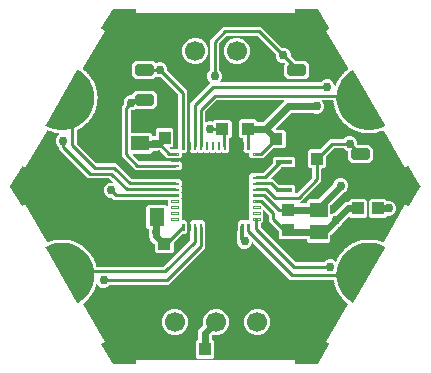
<source format=gbr>
G04 EAGLE Gerber RS-274X export*
G75*
%MOMM*%
%FSLAX34Y34*%
%LPD*%
%INBottom Copper*%
%IPPOS*%
%AMOC8*
5,1,8,0,0,1.08239X$1,22.5*%
G01*
%ADD10R,1.000000X1.100000*%
%ADD11R,1.500000X1.300000*%
%ADD12C,0.124994*%
%ADD13R,5.699988X5.699988*%
%ADD14R,1.399997X0.400000*%
%ADD15R,1.100000X1.000000*%
%ADD16R,1.300000X1.500000*%
%ADD17C,0.499997*%
%ADD18C,1.000000*%
%ADD19C,1.700000*%
%ADD20C,0.756400*%
%ADD21C,0.254000*%
%ADD22C,0.609600*%
%ADD23C,0.304800*%

G36*
X278630Y195708D02*
X278630Y195708D01*
X278658Y195706D01*
X278726Y195728D01*
X278797Y195742D01*
X278820Y195758D01*
X278847Y195767D01*
X278902Y195814D01*
X278961Y195855D01*
X278976Y195879D01*
X278998Y195897D01*
X279029Y195962D01*
X279068Y196022D01*
X279073Y196050D01*
X279085Y196076D01*
X279094Y196177D01*
X279101Y196219D01*
X279099Y196229D01*
X279100Y196242D01*
X278861Y199243D01*
X413543Y199243D01*
X413304Y196242D01*
X413308Y196213D01*
X413303Y196185D01*
X413320Y196116D01*
X413328Y196044D01*
X413343Y196020D01*
X413349Y195992D01*
X413392Y195934D01*
X413428Y195872D01*
X413450Y195855D01*
X413467Y195832D01*
X413529Y195795D01*
X413586Y195752D01*
X413614Y195745D01*
X413638Y195730D01*
X413738Y195714D01*
X413779Y195703D01*
X413789Y195705D01*
X413802Y195703D01*
X432802Y195703D01*
X432878Y195718D01*
X432956Y195727D01*
X432975Y195738D01*
X432997Y195742D01*
X433061Y195786D01*
X433129Y195825D01*
X433145Y195844D01*
X433161Y195855D01*
X433185Y195893D01*
X433235Y195953D01*
X442735Y212453D01*
X442744Y212480D01*
X442760Y212504D01*
X442775Y212574D01*
X442798Y212642D01*
X442795Y212670D01*
X442801Y212698D01*
X442788Y212769D01*
X442782Y212840D01*
X442769Y212865D01*
X442763Y212893D01*
X442723Y212953D01*
X442690Y213016D01*
X442668Y213034D01*
X442652Y213058D01*
X442569Y213116D01*
X442537Y213143D01*
X442526Y213146D01*
X442516Y213153D01*
X439815Y214431D01*
X458239Y246342D01*
X458254Y246389D01*
X458279Y246432D01*
X458286Y246483D01*
X458303Y246532D01*
X458299Y246582D01*
X458305Y246631D01*
X458292Y246681D01*
X458288Y246732D01*
X458266Y246776D01*
X458253Y246824D01*
X458218Y246870D01*
X458197Y246911D01*
X458170Y246934D01*
X458144Y246968D01*
X457393Y247665D01*
X457363Y247683D01*
X457333Y247712D01*
X456512Y248272D01*
X456495Y248362D01*
X456469Y248427D01*
X456450Y248496D01*
X456430Y248522D01*
X456420Y248548D01*
X456383Y248584D01*
X456342Y248640D01*
X455093Y249797D01*
X455033Y249834D01*
X454977Y249878D01*
X454946Y249887D01*
X454922Y249902D01*
X454871Y249910D01*
X454805Y249929D01*
X454713Y249940D01*
X454094Y250716D01*
X454067Y250739D01*
X454042Y250772D01*
X453313Y251448D01*
X453310Y251539D01*
X453293Y251608D01*
X453285Y251678D01*
X453270Y251707D01*
X453263Y251734D01*
X453232Y251776D01*
X453200Y251837D01*
X452137Y253168D01*
X452083Y253213D01*
X452035Y253264D01*
X452005Y253278D01*
X451984Y253296D01*
X451935Y253312D01*
X451872Y253341D01*
X451783Y253365D01*
X451286Y254225D01*
X451263Y254251D01*
X451243Y254288D01*
X450624Y255065D01*
X450634Y255156D01*
X450628Y255226D01*
X450630Y255297D01*
X450619Y255328D01*
X450617Y255356D01*
X450593Y255401D01*
X450569Y255466D01*
X449717Y256941D01*
X449671Y256994D01*
X449631Y257052D01*
X449603Y257070D01*
X449585Y257091D01*
X449538Y257113D01*
X449481Y257152D01*
X449396Y257189D01*
X449033Y258114D01*
X449014Y258143D01*
X449000Y258182D01*
X448503Y259042D01*
X448527Y259131D01*
X448531Y259201D01*
X448544Y259271D01*
X448538Y259303D01*
X448539Y259331D01*
X448522Y259380D01*
X448509Y259448D01*
X447886Y261032D01*
X447848Y261092D01*
X447817Y261155D01*
X447793Y261177D01*
X447778Y261201D01*
X447735Y261230D01*
X447684Y261277D01*
X447606Y261325D01*
X447385Y262294D01*
X447370Y262326D01*
X447362Y262366D01*
X446999Y263291D01*
X447036Y263376D01*
X447051Y263445D01*
X447074Y263512D01*
X447072Y263544D01*
X447078Y263572D01*
X447069Y263622D01*
X447065Y263691D01*
X446686Y265351D01*
X446657Y265416D01*
X446636Y265483D01*
X446615Y265509D01*
X446604Y265534D01*
X446566Y265569D01*
X446522Y265623D01*
X446452Y265683D01*
X446382Y266612D01*
X446359Y266695D01*
X446340Y266780D01*
X446332Y266791D01*
X446328Y266805D01*
X446274Y266873D01*
X446224Y266943D01*
X446212Y266951D01*
X446203Y266962D01*
X446128Y267004D01*
X446054Y267049D01*
X446039Y267052D01*
X446028Y267058D01*
X445972Y267064D01*
X445877Y267081D01*
X409520Y267081D01*
X377985Y298616D01*
X377982Y298618D01*
X377980Y298621D01*
X377899Y298673D01*
X377818Y298726D01*
X377814Y298727D01*
X377811Y298729D01*
X377716Y298746D01*
X377621Y298764D01*
X377618Y298763D01*
X377614Y298764D01*
X377519Y298742D01*
X377425Y298722D01*
X377422Y298720D01*
X377418Y298719D01*
X377340Y298663D01*
X377261Y298608D01*
X377259Y298605D01*
X377255Y298603D01*
X377158Y298451D01*
X376200Y296138D01*
X374422Y294360D01*
X373695Y294059D01*
X372470Y293552D01*
X372098Y293397D01*
X369582Y293397D01*
X367258Y294360D01*
X365480Y296138D01*
X364517Y298462D01*
X364517Y300978D01*
X364599Y301174D01*
X364600Y301183D01*
X364605Y301191D01*
X364637Y301368D01*
X364637Y313386D01*
X364763Y313511D01*
X364767Y313518D01*
X364774Y313522D01*
X364822Y313601D01*
X364874Y313678D01*
X364875Y313686D01*
X364879Y313692D01*
X364911Y313870D01*
X364911Y315888D01*
X366766Y317743D01*
X370638Y317743D01*
X370843Y317538D01*
X370848Y317535D01*
X370851Y317530D01*
X370931Y317480D01*
X371010Y317427D01*
X371015Y317426D01*
X371020Y317423D01*
X371114Y317407D01*
X371207Y317389D01*
X371212Y317390D01*
X371218Y317389D01*
X371309Y317411D01*
X371403Y317431D01*
X371408Y317434D01*
X371413Y317435D01*
X371561Y317538D01*
X371766Y317743D01*
X374154Y317743D01*
X374159Y317744D01*
X374164Y317743D01*
X374257Y317764D01*
X374351Y317782D01*
X374355Y317785D01*
X374360Y317786D01*
X374438Y317842D01*
X374516Y317895D01*
X374519Y317899D01*
X374524Y317902D01*
X374574Y317984D01*
X374626Y318063D01*
X374627Y318068D01*
X374629Y318073D01*
X374661Y318250D01*
X374661Y320638D01*
X374866Y320843D01*
X374869Y320848D01*
X374874Y320851D01*
X374924Y320931D01*
X374977Y321010D01*
X374978Y321015D01*
X374981Y321020D01*
X374997Y321114D01*
X375015Y321207D01*
X375014Y321212D01*
X375015Y321218D01*
X374993Y321309D01*
X374973Y321403D01*
X374970Y321408D01*
X374969Y321413D01*
X374866Y321561D01*
X374661Y321766D01*
X374661Y325638D01*
X374866Y325843D01*
X374869Y325848D01*
X374874Y325851D01*
X374924Y325931D01*
X374977Y326010D01*
X374978Y326015D01*
X374981Y326020D01*
X374997Y326114D01*
X375015Y326207D01*
X375014Y326212D01*
X375015Y326218D01*
X374993Y326309D01*
X374973Y326403D01*
X374970Y326408D01*
X374969Y326413D01*
X374866Y326561D01*
X374661Y326766D01*
X374661Y330638D01*
X374866Y330843D01*
X374869Y330848D01*
X374874Y330851D01*
X374924Y330931D01*
X374977Y331010D01*
X374978Y331015D01*
X374981Y331020D01*
X374997Y331114D01*
X375015Y331207D01*
X375014Y331212D01*
X375015Y331218D01*
X374993Y331309D01*
X374973Y331403D01*
X374970Y331408D01*
X374969Y331413D01*
X374866Y331561D01*
X374661Y331766D01*
X374661Y335638D01*
X374866Y335843D01*
X374867Y335845D01*
X374868Y335845D01*
X374870Y335848D01*
X374874Y335851D01*
X374924Y335931D01*
X374977Y336010D01*
X374978Y336015D01*
X374981Y336020D01*
X374997Y336114D01*
X375015Y336207D01*
X375014Y336212D01*
X375015Y336218D01*
X374993Y336309D01*
X374973Y336403D01*
X374970Y336408D01*
X374969Y336413D01*
X374866Y336561D01*
X374661Y336766D01*
X374661Y340638D01*
X374866Y340843D01*
X374869Y340848D01*
X374874Y340851D01*
X374924Y340931D01*
X374977Y341010D01*
X374978Y341015D01*
X374981Y341020D01*
X374997Y341114D01*
X375015Y341207D01*
X375014Y341212D01*
X375015Y341218D01*
X374993Y341309D01*
X374973Y341403D01*
X374970Y341408D01*
X374969Y341413D01*
X374866Y341561D01*
X374661Y341766D01*
X374661Y345638D01*
X374866Y345843D01*
X374869Y345848D01*
X374874Y345851D01*
X374924Y345931D01*
X374977Y346010D01*
X374978Y346015D01*
X374981Y346020D01*
X374997Y346114D01*
X375015Y346207D01*
X375014Y346212D01*
X375015Y346218D01*
X374993Y346309D01*
X374973Y346403D01*
X374970Y346408D01*
X374969Y346413D01*
X374866Y346561D01*
X374661Y346766D01*
X374661Y350638D01*
X374866Y350843D01*
X374869Y350848D01*
X374874Y350851D01*
X374924Y350931D01*
X374977Y351010D01*
X374978Y351015D01*
X374981Y351020D01*
X374997Y351114D01*
X375015Y351207D01*
X375014Y351212D01*
X375015Y351218D01*
X374993Y351309D01*
X374973Y351403D01*
X374970Y351408D01*
X374969Y351413D01*
X374866Y351561D01*
X374661Y351766D01*
X374661Y355638D01*
X376516Y357493D01*
X378893Y357493D01*
X378901Y357494D01*
X378909Y357493D01*
X378994Y357513D01*
X386203Y357513D01*
X386211Y357514D01*
X386219Y357513D01*
X386309Y357534D01*
X386400Y357552D01*
X386406Y357557D01*
X386414Y357559D01*
X386562Y357661D01*
X394646Y365745D01*
X394650Y365752D01*
X394657Y365756D01*
X394706Y365835D01*
X394757Y365912D01*
X394758Y365920D01*
X394763Y365927D01*
X394795Y366104D01*
X394795Y369873D01*
X396283Y371361D01*
X412388Y371361D01*
X413876Y369873D01*
X413876Y363768D01*
X412388Y362279D01*
X402169Y362279D01*
X402161Y362278D01*
X402153Y362279D01*
X402063Y362258D01*
X401972Y362240D01*
X401966Y362235D01*
X401958Y362234D01*
X401810Y362131D01*
X393058Y353379D01*
X393056Y353376D01*
X393054Y353375D01*
X393002Y353294D01*
X392947Y353212D01*
X392946Y353209D01*
X392945Y353207D01*
X392928Y353111D01*
X392909Y353015D01*
X392910Y353012D01*
X392909Y353010D01*
X392931Y352913D01*
X392951Y352819D01*
X392952Y352817D01*
X392953Y352814D01*
X393010Y352734D01*
X393065Y352654D01*
X393067Y352653D01*
X393069Y352651D01*
X393152Y352599D01*
X393234Y352547D01*
X393237Y352546D01*
X393239Y352545D01*
X393417Y352513D01*
X394556Y352513D01*
X399560Y347510D01*
X399566Y347505D01*
X399571Y347499D01*
X399649Y347450D01*
X399727Y347399D01*
X399734Y347397D01*
X399741Y347393D01*
X399918Y347361D01*
X412388Y347361D01*
X413876Y345873D01*
X413876Y340868D01*
X413877Y340863D01*
X413876Y340858D01*
X413897Y340765D01*
X413916Y340671D01*
X413918Y340667D01*
X413920Y340662D01*
X413975Y340584D01*
X414028Y340506D01*
X414033Y340503D01*
X414036Y340499D01*
X414117Y340448D01*
X414196Y340396D01*
X414201Y340396D01*
X414206Y340393D01*
X414383Y340361D01*
X414771Y340361D01*
X414779Y340362D01*
X414787Y340361D01*
X414877Y340382D01*
X414968Y340400D01*
X414974Y340405D01*
X414982Y340407D01*
X415130Y340509D01*
X428131Y353510D01*
X428135Y353517D01*
X428142Y353521D01*
X428190Y353600D01*
X428242Y353677D01*
X428243Y353685D01*
X428247Y353691D01*
X428279Y353869D01*
X428279Y360973D01*
X428278Y360978D01*
X428279Y360983D01*
X428259Y361076D01*
X428240Y361169D01*
X428237Y361173D01*
X428236Y361179D01*
X428180Y361256D01*
X428127Y361335D01*
X428123Y361338D01*
X428120Y361342D01*
X428038Y361393D01*
X427959Y361444D01*
X427954Y361445D01*
X427949Y361448D01*
X427772Y361480D01*
X426038Y361480D01*
X424549Y362968D01*
X424549Y376073D01*
X426038Y377561D01*
X434532Y377561D01*
X434539Y377563D01*
X434547Y377562D01*
X434637Y377583D01*
X434728Y377601D01*
X434735Y377605D01*
X434742Y377607D01*
X434890Y377710D01*
X443464Y386284D01*
X454399Y386284D01*
X454407Y386285D01*
X454414Y386284D01*
X454504Y386305D01*
X454595Y386324D01*
X454602Y386328D01*
X454610Y386330D01*
X454758Y386432D01*
X456158Y387833D01*
X456511Y387979D01*
X457735Y388487D01*
X457736Y388487D01*
X458482Y388796D01*
X460998Y388796D01*
X463322Y387833D01*
X465100Y386055D01*
X466063Y383731D01*
X466063Y381750D01*
X466064Y381742D01*
X466063Y381734D01*
X466084Y381644D01*
X466102Y381553D01*
X466107Y381547D01*
X466109Y381539D01*
X466211Y381391D01*
X466330Y381272D01*
X466336Y381268D01*
X466341Y381262D01*
X466420Y381213D01*
X466497Y381162D01*
X466505Y381160D01*
X466511Y381156D01*
X466689Y381124D01*
X476629Y381124D01*
X479582Y378171D01*
X479582Y368995D01*
X476629Y366042D01*
X461454Y366042D01*
X458501Y368995D01*
X458501Y375804D01*
X458500Y375810D01*
X458501Y375817D01*
X458480Y375908D01*
X458461Y376000D01*
X458458Y376006D01*
X458456Y376012D01*
X458401Y376089D01*
X458349Y376166D01*
X458343Y376170D01*
X458339Y376175D01*
X458188Y376273D01*
X456158Y377113D01*
X454758Y378514D01*
X454751Y378518D01*
X454747Y378525D01*
X454668Y378573D01*
X454591Y378625D01*
X454583Y378626D01*
X454576Y378630D01*
X454399Y378662D01*
X446831Y378662D01*
X446824Y378661D01*
X446816Y378662D01*
X446726Y378641D01*
X446635Y378623D01*
X446628Y378618D01*
X446621Y378617D01*
X446473Y378514D01*
X439779Y371821D01*
X439775Y371814D01*
X439769Y371810D01*
X439720Y371731D01*
X439668Y371654D01*
X439667Y371646D01*
X439663Y371639D01*
X439631Y371462D01*
X439631Y362968D01*
X438142Y361480D01*
X436408Y361480D01*
X436403Y361479D01*
X436398Y361480D01*
X436305Y361459D01*
X436212Y361440D01*
X436207Y361437D01*
X436202Y361436D01*
X436124Y361381D01*
X436046Y361328D01*
X436043Y361323D01*
X436039Y361320D01*
X435988Y361239D01*
X435937Y361160D01*
X435936Y361154D01*
X435933Y361150D01*
X435901Y360973D01*
X435901Y350502D01*
X418278Y332878D01*
X418276Y332876D01*
X418274Y332875D01*
X418221Y332794D01*
X418167Y332711D01*
X418166Y332709D01*
X418165Y332707D01*
X418147Y332609D01*
X418129Y332515D01*
X418130Y332512D01*
X418129Y332509D01*
X418151Y332413D01*
X418171Y332318D01*
X418172Y332316D01*
X418173Y332314D01*
X418229Y332234D01*
X418285Y332154D01*
X418287Y332152D01*
X418289Y332150D01*
X418371Y332099D01*
X418454Y332046D01*
X418457Y332046D01*
X418459Y332044D01*
X418636Y332012D01*
X423039Y332012D01*
X423045Y332013D01*
X423050Y332013D01*
X423143Y332033D01*
X423236Y332052D01*
X423240Y332055D01*
X423245Y332056D01*
X423323Y332111D01*
X423402Y332165D01*
X423405Y332169D01*
X423409Y332172D01*
X423459Y332253D01*
X423511Y332333D01*
X423512Y332338D01*
X423515Y332342D01*
X423547Y332520D01*
X423547Y333880D01*
X425035Y335369D01*
X432665Y335369D01*
X432673Y335370D01*
X432680Y335369D01*
X432770Y335390D01*
X432861Y335408D01*
X432868Y335413D01*
X432876Y335415D01*
X433024Y335517D01*
X445955Y348448D01*
X445960Y348456D01*
X445967Y348461D01*
X446064Y348613D01*
X446760Y350292D01*
X448538Y352070D01*
X449508Y352472D01*
X450733Y352979D01*
X450862Y353033D01*
X453378Y353033D01*
X455702Y352070D01*
X457480Y350292D01*
X458443Y347968D01*
X458443Y345452D01*
X457480Y343128D01*
X455702Y341350D01*
X455420Y341233D01*
X454195Y340726D01*
X454023Y340654D01*
X454015Y340649D01*
X454006Y340647D01*
X453858Y340545D01*
X443777Y330463D01*
X443772Y330456D01*
X443766Y330452D01*
X443717Y330373D01*
X443666Y330296D01*
X443664Y330288D01*
X443660Y330282D01*
X443628Y330104D01*
X443628Y322984D01*
X443629Y322982D01*
X443628Y322979D01*
X443648Y322884D01*
X443668Y322788D01*
X443669Y322786D01*
X443670Y322783D01*
X443726Y322702D01*
X443780Y322622D01*
X443783Y322621D01*
X443784Y322618D01*
X443868Y322565D01*
X443948Y322513D01*
X443951Y322512D01*
X443953Y322511D01*
X444049Y322495D01*
X444146Y322477D01*
X444148Y322478D01*
X444151Y322477D01*
X444244Y322499D01*
X444341Y322521D01*
X444344Y322522D01*
X444346Y322523D01*
X444494Y322626D01*
X444728Y322860D01*
X445190Y323051D01*
X446407Y323556D01*
X446415Y323561D01*
X446424Y323563D01*
X446572Y323665D01*
X455289Y332383D01*
X456029Y332689D01*
X457253Y333196D01*
X457343Y333234D01*
X458936Y333234D01*
X458941Y333235D01*
X458946Y333234D01*
X459039Y333254D01*
X459132Y333273D01*
X459137Y333276D01*
X459142Y333277D01*
X459219Y333332D01*
X459298Y333386D01*
X459301Y333390D01*
X459305Y333393D01*
X459356Y333475D01*
X459407Y333554D01*
X459408Y333559D01*
X459411Y333563D01*
X459443Y333741D01*
X459443Y334197D01*
X460931Y335686D01*
X473036Y335686D01*
X474524Y334197D01*
X474524Y321092D01*
X473036Y319604D01*
X460931Y319604D01*
X459983Y320552D01*
X459979Y320555D01*
X459976Y320559D01*
X459896Y320610D01*
X459816Y320663D01*
X459811Y320664D01*
X459807Y320667D01*
X459713Y320683D01*
X459619Y320701D01*
X459614Y320700D01*
X459609Y320700D01*
X459517Y320679D01*
X459423Y320659D01*
X459419Y320656D01*
X459414Y320655D01*
X459266Y320552D01*
X454475Y315762D01*
X454474Y315759D01*
X454472Y315758D01*
X454468Y315753D01*
X454463Y315749D01*
X454366Y315597D01*
X453670Y313918D01*
X451892Y312140D01*
X451102Y311813D01*
X451101Y311813D01*
X450213Y311444D01*
X450205Y311439D01*
X450196Y311437D01*
X450048Y311335D01*
X443777Y305063D01*
X443772Y305056D01*
X443766Y305052D01*
X443717Y304973D01*
X443666Y304896D01*
X443664Y304888D01*
X443660Y304882D01*
X443628Y304704D01*
X443628Y299776D01*
X442140Y298287D01*
X425035Y298287D01*
X423547Y299776D01*
X423547Y301232D01*
X423546Y301237D01*
X423547Y301242D01*
X423526Y301335D01*
X423507Y301428D01*
X423504Y301433D01*
X423503Y301438D01*
X423448Y301516D01*
X423394Y301594D01*
X423390Y301597D01*
X423387Y301601D01*
X423306Y301652D01*
X423226Y301704D01*
X423221Y301704D01*
X423217Y301707D01*
X423039Y301739D01*
X413885Y301739D01*
X413877Y301738D01*
X413869Y301739D01*
X413780Y301718D01*
X413688Y301700D01*
X413682Y301695D01*
X413674Y301693D01*
X413526Y301591D01*
X413319Y301383D01*
X401214Y301383D01*
X399725Y302871D01*
X399725Y308415D01*
X399724Y308423D01*
X399725Y308431D01*
X399704Y308521D01*
X399686Y308612D01*
X399681Y308618D01*
X399680Y308626D01*
X399577Y308774D01*
X391159Y317192D01*
X391159Y322061D01*
X391158Y322069D01*
X391159Y322077D01*
X391138Y322167D01*
X391120Y322258D01*
X391115Y322264D01*
X391113Y322272D01*
X391011Y322420D01*
X387609Y325822D01*
X387607Y325824D01*
X387605Y325826D01*
X387524Y325878D01*
X387442Y325933D01*
X387439Y325934D01*
X387437Y325935D01*
X387341Y325952D01*
X387245Y325971D01*
X387242Y325970D01*
X387240Y325971D01*
X387143Y325949D01*
X387049Y325929D01*
X387047Y325928D01*
X387044Y325927D01*
X386964Y325870D01*
X386884Y325815D01*
X386883Y325813D01*
X386881Y325811D01*
X386829Y325728D01*
X386777Y325646D01*
X386776Y325643D01*
X386775Y325641D01*
X386743Y325463D01*
X386743Y321766D01*
X386538Y321561D01*
X386535Y321556D01*
X386530Y321553D01*
X386479Y321473D01*
X386427Y321394D01*
X386426Y321389D01*
X386423Y321384D01*
X386407Y321291D01*
X386389Y321197D01*
X386390Y321192D01*
X386389Y321187D01*
X386411Y321094D01*
X386431Y321001D01*
X386434Y320997D01*
X386435Y320991D01*
X386538Y320843D01*
X386743Y320638D01*
X386743Y316766D01*
X384855Y314878D01*
X384824Y314872D01*
X384819Y314869D01*
X384814Y314868D01*
X384736Y314812D01*
X384658Y314759D01*
X384655Y314755D01*
X384651Y314752D01*
X384600Y314670D01*
X384549Y314591D01*
X384548Y314586D01*
X384545Y314581D01*
X384513Y314404D01*
X384513Y311967D01*
X384514Y311959D01*
X384513Y311951D01*
X384534Y311861D01*
X384552Y311770D01*
X384557Y311763D01*
X384559Y311756D01*
X384661Y311608D01*
X414180Y282089D01*
X414186Y282085D01*
X414191Y282079D01*
X414270Y282030D01*
X414347Y281978D01*
X414355Y281977D01*
X414361Y281973D01*
X414539Y281941D01*
X437889Y281941D01*
X437897Y281942D01*
X437904Y281941D01*
X437994Y281962D01*
X438085Y281980D01*
X438092Y281985D01*
X438100Y281987D01*
X438248Y282089D01*
X439648Y283490D01*
X440863Y283993D01*
X441972Y284453D01*
X444488Y284453D01*
X446812Y283490D01*
X447633Y282669D01*
X447640Y282664D01*
X447645Y282657D01*
X447723Y282609D01*
X447800Y282558D01*
X447809Y282556D01*
X447816Y282552D01*
X447906Y282538D01*
X447997Y282520D01*
X448005Y282522D01*
X448014Y282521D01*
X448103Y282543D01*
X448193Y282562D01*
X448200Y282567D01*
X448209Y282569D01*
X448282Y282624D01*
X448357Y282676D01*
X448362Y282684D01*
X448369Y282689D01*
X448464Y282842D01*
X448502Y282939D01*
X448514Y283008D01*
X448534Y283076D01*
X448531Y283108D01*
X448536Y283136D01*
X448525Y283186D01*
X448519Y283255D01*
X448495Y283344D01*
X448992Y284205D01*
X449003Y284238D01*
X449025Y284273D01*
X449387Y285198D01*
X449472Y285235D01*
X449530Y285275D01*
X449592Y285309D01*
X449613Y285334D01*
X449636Y285350D01*
X449663Y285393D01*
X449708Y285446D01*
X450559Y286921D01*
X450582Y286988D01*
X450612Y287052D01*
X450614Y287085D01*
X450623Y287111D01*
X450619Y287163D01*
X450624Y287232D01*
X450613Y287323D01*
X451233Y288100D01*
X451248Y288131D01*
X451275Y288163D01*
X451772Y289023D01*
X451861Y289047D01*
X451888Y289061D01*
X451911Y289066D01*
X451937Y289083D01*
X451990Y289102D01*
X452015Y289124D01*
X452040Y289136D01*
X452074Y289176D01*
X452126Y289221D01*
X453187Y290553D01*
X453219Y290615D01*
X453259Y290674D01*
X453266Y290706D01*
X453279Y290731D01*
X453283Y290782D01*
X453297Y290850D01*
X453301Y290942D01*
X454029Y291618D01*
X454049Y291646D01*
X454081Y291674D01*
X454700Y292451D01*
X454791Y292461D01*
X454858Y292483D01*
X454928Y292496D01*
X454955Y292514D01*
X454982Y292522D01*
X455021Y292556D01*
X455079Y292593D01*
X456327Y293752D01*
X456368Y293809D01*
X456416Y293861D01*
X456428Y293892D01*
X456444Y293914D01*
X456456Y293965D01*
X456480Y294029D01*
X456498Y294120D01*
X457318Y294680D01*
X457343Y294705D01*
X457378Y294727D01*
X458106Y295403D01*
X458198Y295400D01*
X458267Y295411D01*
X458338Y295414D01*
X458368Y295427D01*
X458395Y295432D01*
X458439Y295459D01*
X458502Y295488D01*
X459909Y296447D01*
X459958Y296498D01*
X460013Y296542D01*
X460029Y296571D01*
X460049Y296591D01*
X460068Y296639D01*
X460102Y296699D01*
X460132Y296786D01*
X461027Y297217D01*
X461055Y297238D01*
X461093Y297255D01*
X461914Y297815D01*
X462004Y297798D01*
X462075Y297799D01*
X462145Y297791D01*
X462176Y297800D01*
X462205Y297800D01*
X462252Y297821D01*
X462319Y297839D01*
X463852Y298579D01*
X463909Y298621D01*
X463970Y298657D01*
X463990Y298683D01*
X464012Y298700D01*
X464038Y298744D01*
X464081Y298799D01*
X464124Y298880D01*
X465073Y299173D01*
X465103Y299190D01*
X465144Y299201D01*
X466039Y299632D01*
X466126Y299602D01*
X466195Y299592D01*
X466264Y299574D01*
X466296Y299578D01*
X466324Y299575D01*
X466374Y299588D01*
X466443Y299596D01*
X468069Y300099D01*
X468131Y300132D01*
X468197Y300158D01*
X468221Y300181D01*
X468245Y300194D01*
X468278Y300235D01*
X468328Y300282D01*
X468383Y300356D01*
X469365Y300505D01*
X469398Y300517D01*
X469439Y300522D01*
X470388Y300815D01*
X470470Y300772D01*
X470537Y300752D01*
X470602Y300724D01*
X470635Y300723D01*
X470662Y300715D01*
X470713Y300721D01*
X470782Y300719D01*
X472466Y300973D01*
X472532Y300997D01*
X472601Y301013D01*
X472628Y301032D01*
X472654Y301042D01*
X472692Y301077D01*
X472749Y301116D01*
X472814Y301181D01*
X473808Y301181D01*
X473842Y301188D01*
X473883Y301187D01*
X474866Y301336D01*
X474940Y301281D01*
X475004Y301251D01*
X475064Y301214D01*
X475096Y301208D01*
X475121Y301196D01*
X475173Y301194D01*
X475241Y301182D01*
X476944Y301182D01*
X477013Y301196D01*
X477083Y301202D01*
X477113Y301217D01*
X477140Y301222D01*
X477183Y301251D01*
X477245Y301282D01*
X477319Y301336D01*
X478301Y301189D01*
X478336Y301190D01*
X478377Y301183D01*
X479371Y301183D01*
X479436Y301118D01*
X479495Y301079D01*
X479548Y301033D01*
X479579Y301023D01*
X479603Y301007D01*
X479653Y300998D01*
X479719Y300975D01*
X481403Y300722D01*
X481473Y300726D01*
X481544Y300721D01*
X481575Y300731D01*
X481603Y300732D01*
X481649Y300754D01*
X481715Y300775D01*
X481797Y300818D01*
X482746Y300526D01*
X482781Y300522D01*
X482820Y300509D01*
X483803Y300361D01*
X483857Y300287D01*
X483910Y300240D01*
X483956Y300187D01*
X483985Y300172D01*
X484006Y300153D01*
X484055Y300135D01*
X484116Y300104D01*
X485743Y299602D01*
X485813Y299595D01*
X485882Y299580D01*
X485915Y299585D01*
X485943Y299582D01*
X485992Y299598D01*
X486060Y299608D01*
X486147Y299639D01*
X487042Y299208D01*
X487055Y299205D01*
X487058Y299203D01*
X487073Y299200D01*
X487076Y299199D01*
X487113Y299180D01*
X488111Y298873D01*
X488160Y298868D01*
X488207Y298853D01*
X488259Y298858D01*
X488310Y298853D01*
X488358Y298867D01*
X488407Y298872D01*
X488452Y298896D01*
X488502Y298912D01*
X488540Y298943D01*
X488583Y298966D01*
X488621Y299011D01*
X488656Y299040D01*
X488672Y299072D01*
X488700Y299104D01*
X507122Y331014D01*
X509618Y329291D01*
X509645Y329280D01*
X509667Y329261D01*
X509736Y329241D01*
X509801Y329213D01*
X509830Y329213D01*
X509858Y329205D01*
X509929Y329213D01*
X510000Y329213D01*
X510027Y329224D01*
X510056Y329227D01*
X510118Y329262D01*
X510183Y329290D01*
X510204Y329310D01*
X510229Y329325D01*
X510292Y329402D01*
X510322Y329432D01*
X510326Y329442D01*
X510335Y329453D01*
X519835Y345953D01*
X519845Y345985D01*
X519854Y345998D01*
X519858Y346022D01*
X519859Y346026D01*
X519890Y346096D01*
X519890Y346120D01*
X519898Y346142D01*
X519892Y346218D01*
X519893Y346295D01*
X519883Y346319D01*
X519882Y346340D01*
X519861Y346379D01*
X519835Y346451D01*
X510335Y362951D01*
X510316Y362973D01*
X510303Y362999D01*
X510250Y363047D01*
X510203Y363100D01*
X510177Y363113D01*
X510156Y363132D01*
X510088Y363155D01*
X510024Y363186D01*
X509995Y363188D01*
X509968Y363197D01*
X509896Y363192D01*
X509825Y363195D01*
X509798Y363185D01*
X509769Y363183D01*
X509679Y363141D01*
X509639Y363126D01*
X509631Y363119D01*
X509618Y363113D01*
X507122Y361390D01*
X488700Y393300D01*
X488667Y393337D01*
X488643Y393380D01*
X488601Y393411D01*
X488567Y393450D01*
X488523Y393472D01*
X488484Y393502D01*
X488433Y393515D01*
X488387Y393538D01*
X488338Y393540D01*
X488290Y393553D01*
X488232Y393546D01*
X488186Y393548D01*
X488153Y393536D01*
X488111Y393531D01*
X487113Y393224D01*
X487082Y393207D01*
X487042Y393196D01*
X486147Y392765D01*
X486060Y392796D01*
X485990Y392805D01*
X485922Y392823D01*
X485890Y392819D01*
X485862Y392823D01*
X485812Y392810D01*
X485743Y392802D01*
X484116Y392300D01*
X484054Y392267D01*
X483988Y392240D01*
X483965Y392218D01*
X483940Y392205D01*
X483908Y392164D01*
X483857Y392117D01*
X483803Y392043D01*
X482820Y391895D01*
X482787Y391883D01*
X482746Y391878D01*
X481797Y391586D01*
X481715Y391629D01*
X481648Y391649D01*
X481583Y391677D01*
X481550Y391678D01*
X481523Y391686D01*
X481472Y391680D01*
X481403Y391682D01*
X479719Y391429D01*
X479653Y391405D01*
X479584Y391389D01*
X479557Y391370D01*
X479531Y391360D01*
X479493Y391325D01*
X479436Y391286D01*
X479371Y391221D01*
X478377Y391221D01*
X478343Y391214D01*
X478301Y391215D01*
X477319Y391068D01*
X477245Y391122D01*
X477181Y391152D01*
X477121Y391189D01*
X477089Y391195D01*
X477063Y391207D01*
X477012Y391209D01*
X476944Y391222D01*
X475241Y391222D01*
X475172Y391208D01*
X475102Y391203D01*
X475072Y391188D01*
X475045Y391183D01*
X475002Y391154D01*
X474940Y391123D01*
X474866Y391068D01*
X473883Y391217D01*
X473848Y391215D01*
X473808Y391223D01*
X472814Y391223D01*
X472749Y391288D01*
X472690Y391327D01*
X472637Y391373D01*
X472605Y391383D01*
X472582Y391399D01*
X472531Y391409D01*
X472466Y391431D01*
X470782Y391685D01*
X470712Y391682D01*
X470641Y391687D01*
X470610Y391677D01*
X470582Y391675D01*
X470536Y391653D01*
X470470Y391632D01*
X470388Y391589D01*
X469439Y391882D01*
X469404Y391886D01*
X469365Y391899D01*
X468383Y392048D01*
X468328Y392122D01*
X468276Y392169D01*
X468229Y392223D01*
X468200Y392238D01*
X468180Y392256D01*
X468131Y392274D01*
X468069Y392305D01*
X466443Y392808D01*
X466372Y392815D01*
X466303Y392830D01*
X466271Y392825D01*
X466243Y392828D01*
X466194Y392813D01*
X466126Y392802D01*
X466039Y392772D01*
X465144Y393203D01*
X465110Y393212D01*
X465073Y393231D01*
X464124Y393524D01*
X464081Y393605D01*
X464036Y393660D01*
X463998Y393720D01*
X463972Y393739D01*
X463954Y393761D01*
X463908Y393785D01*
X463852Y393825D01*
X462319Y394565D01*
X462250Y394582D01*
X462184Y394608D01*
X462152Y394607D01*
X462124Y394614D01*
X462073Y394607D01*
X462004Y394606D01*
X461914Y394589D01*
X461093Y395149D01*
X461061Y395162D01*
X461027Y395187D01*
X460132Y395618D01*
X460102Y395705D01*
X460066Y395766D01*
X460037Y395830D01*
X460014Y395853D01*
X460000Y395878D01*
X459966Y395903D01*
X459955Y395918D01*
X459937Y395929D01*
X459909Y395957D01*
X458502Y396916D01*
X458437Y396944D01*
X458376Y396979D01*
X458344Y396984D01*
X458318Y396994D01*
X458266Y396995D01*
X458198Y397004D01*
X458106Y397001D01*
X457378Y397677D01*
X457348Y397695D01*
X457318Y397724D01*
X456498Y398284D01*
X456480Y398375D01*
X456454Y398440D01*
X456435Y398508D01*
X456416Y398534D01*
X456405Y398560D01*
X456369Y398597D01*
X456327Y398652D01*
X455079Y399811D01*
X455019Y399848D01*
X454964Y399891D01*
X454932Y399901D01*
X454908Y399915D01*
X454857Y399923D01*
X454791Y399943D01*
X454700Y399953D01*
X454081Y400730D01*
X454054Y400753D01*
X454029Y400786D01*
X453301Y401462D01*
X453297Y401554D01*
X453281Y401623D01*
X453273Y401693D01*
X453257Y401722D01*
X453251Y401749D01*
X453220Y401791D01*
X453187Y401851D01*
X452126Y403183D01*
X452072Y403228D01*
X452024Y403280D01*
X451994Y403294D01*
X451973Y403312D01*
X451923Y403327D01*
X451861Y403357D01*
X451772Y403381D01*
X451275Y404241D01*
X451252Y404267D01*
X451233Y404304D01*
X450613Y405081D01*
X450624Y405172D01*
X450622Y405195D01*
X450622Y405197D01*
X450621Y405199D01*
X450618Y405243D01*
X450620Y405313D01*
X450609Y405344D01*
X450606Y405372D01*
X450582Y405418D01*
X450559Y405483D01*
X449708Y406958D01*
X449661Y407011D01*
X449621Y407069D01*
X449594Y407087D01*
X449576Y407108D01*
X449529Y407131D01*
X449472Y407169D01*
X449387Y407206D01*
X449025Y408131D01*
X449006Y408160D01*
X448992Y408199D01*
X448495Y409060D01*
X448519Y409149D01*
X448524Y409219D01*
X448536Y409289D01*
X448530Y409321D01*
X448532Y409349D01*
X448515Y409398D01*
X448501Y409465D01*
X447880Y411051D01*
X447842Y411110D01*
X447811Y411173D01*
X447787Y411195D01*
X447771Y411219D01*
X447729Y411248D01*
X447678Y411295D01*
X447600Y411344D01*
X447379Y412313D01*
X447365Y412344D01*
X447357Y412385D01*
X446994Y413310D01*
X447031Y413394D01*
X447046Y413463D01*
X447069Y413530D01*
X447067Y413563D01*
X447073Y413590D01*
X447064Y413641D01*
X447061Y413710D01*
X446682Y415370D01*
X446653Y415435D01*
X446632Y415502D01*
X446611Y415527D01*
X446600Y415553D01*
X446562Y415588D01*
X446519Y415642D01*
X446449Y415702D01*
X446375Y416693D01*
X446366Y416726D01*
X446364Y416768D01*
X446143Y417737D01*
X446192Y417814D01*
X446217Y417880D01*
X446250Y417943D01*
X446253Y417976D01*
X446263Y418002D01*
X446261Y418053D01*
X446268Y418122D01*
X446230Y418630D01*
X446207Y418713D01*
X446188Y418798D01*
X446180Y418809D01*
X446176Y418823D01*
X446122Y418891D01*
X446072Y418961D01*
X446060Y418969D01*
X446052Y418980D01*
X445976Y419021D01*
X445902Y419067D01*
X445887Y419070D01*
X445876Y419076D01*
X445820Y419082D01*
X445725Y419099D01*
X436887Y419099D01*
X436884Y419099D01*
X436882Y419099D01*
X436787Y419079D01*
X436691Y419060D01*
X436688Y419058D01*
X436686Y419058D01*
X436605Y419002D01*
X436525Y418947D01*
X436523Y418945D01*
X436521Y418943D01*
X436468Y418860D01*
X436415Y418779D01*
X436415Y418776D01*
X436414Y418774D01*
X436397Y418678D01*
X436380Y418582D01*
X436380Y418579D01*
X436380Y418577D01*
X436402Y418482D01*
X436423Y418386D01*
X436425Y418384D01*
X436426Y418381D01*
X436528Y418233D01*
X437160Y417602D01*
X438123Y415278D01*
X438123Y412762D01*
X437160Y410438D01*
X435382Y408660D01*
X434248Y408190D01*
X434247Y408190D01*
X433058Y407697D01*
X430542Y407697D01*
X428864Y408393D01*
X428855Y408394D01*
X428847Y408399D01*
X428669Y408431D01*
X410430Y408431D01*
X410422Y408430D01*
X410414Y408431D01*
X410325Y408410D01*
X410233Y408392D01*
X410227Y408387D01*
X410219Y408385D01*
X410071Y408283D01*
X397271Y395482D01*
X397268Y395478D01*
X397264Y395475D01*
X397213Y395395D01*
X397160Y395315D01*
X397159Y395310D01*
X397156Y395306D01*
X397140Y395212D01*
X397122Y395119D01*
X397124Y395113D01*
X397123Y395108D01*
X397144Y395016D01*
X397164Y394923D01*
X397167Y394918D01*
X397168Y394913D01*
X397271Y394765D01*
X397873Y394163D01*
X397880Y394159D01*
X397884Y394152D01*
X397963Y394103D01*
X398040Y394052D01*
X398048Y394051D01*
X398054Y394046D01*
X398232Y394014D01*
X404211Y394014D01*
X405699Y392526D01*
X405699Y380421D01*
X404211Y378933D01*
X395717Y378933D01*
X395710Y378931D01*
X395702Y378933D01*
X395612Y378912D01*
X395521Y378893D01*
X395514Y378889D01*
X395507Y378887D01*
X395359Y378784D01*
X386465Y369891D01*
X379005Y369891D01*
X378893Y369911D01*
X376516Y369911D01*
X374661Y371766D01*
X374661Y374154D01*
X374660Y374159D01*
X374661Y374164D01*
X374640Y374257D01*
X374622Y374351D01*
X374619Y374355D01*
X374618Y374360D01*
X374562Y374438D01*
X374509Y374516D01*
X374505Y374519D01*
X374502Y374524D01*
X374420Y374574D01*
X374341Y374626D01*
X374336Y374627D01*
X374331Y374629D01*
X374154Y374661D01*
X371766Y374661D01*
X369911Y376516D01*
X369911Y378893D01*
X369910Y378901D01*
X369911Y378909D01*
X369891Y378994D01*
X369891Y386576D01*
X369890Y386581D01*
X369891Y386586D01*
X369870Y386679D01*
X369852Y386772D01*
X369849Y386777D01*
X369848Y386782D01*
X369792Y386860D01*
X369739Y386938D01*
X369735Y386941D01*
X369732Y386945D01*
X369650Y386996D01*
X369571Y387047D01*
X369566Y387048D01*
X369561Y387051D01*
X369384Y387083D01*
X367831Y387083D01*
X366342Y388571D01*
X366342Y401676D01*
X367831Y403165D01*
X379935Y403165D01*
X381424Y401676D01*
X381424Y401220D01*
X381425Y401215D01*
X381424Y401209D01*
X381445Y401116D01*
X381463Y401023D01*
X381466Y401019D01*
X381467Y401014D01*
X381523Y400936D01*
X381576Y400857D01*
X381580Y400855D01*
X381583Y400850D01*
X381665Y400800D01*
X381744Y400748D01*
X381749Y400747D01*
X381754Y400745D01*
X381931Y400713D01*
X386484Y400713D01*
X386491Y400714D01*
X386499Y400713D01*
X386589Y400734D01*
X386680Y400752D01*
X386687Y400757D01*
X386694Y400758D01*
X386842Y400861D01*
X403096Y417114D01*
X404215Y418233D01*
X404216Y418236D01*
X404218Y418237D01*
X404270Y418317D01*
X404326Y418400D01*
X404326Y418403D01*
X404327Y418405D01*
X404345Y418500D01*
X404363Y418597D01*
X404363Y418600D01*
X404363Y418602D01*
X404342Y418699D01*
X404322Y418793D01*
X404320Y418795D01*
X404319Y418798D01*
X404263Y418878D01*
X404207Y418958D01*
X404205Y418959D01*
X404203Y418961D01*
X404120Y419014D01*
X404038Y419065D01*
X404035Y419066D01*
X404033Y419067D01*
X403856Y419099D01*
X347229Y419099D01*
X347221Y419098D01*
X347213Y419099D01*
X347123Y419078D01*
X347032Y419060D01*
X347026Y419055D01*
X347018Y419053D01*
X346870Y418951D01*
X337661Y409742D01*
X337657Y409736D01*
X337651Y409731D01*
X337602Y409652D01*
X337550Y409575D01*
X337549Y409567D01*
X337545Y409561D01*
X337513Y409383D01*
X337513Y400867D01*
X337514Y400864D01*
X337513Y400860D01*
X337533Y400766D01*
X337552Y400671D01*
X337555Y400668D01*
X337555Y400664D01*
X337611Y400585D01*
X337665Y400505D01*
X337668Y400503D01*
X337671Y400500D01*
X337753Y400448D01*
X337833Y400396D01*
X337837Y400395D01*
X337840Y400393D01*
X337936Y400377D01*
X338030Y400360D01*
X338034Y400361D01*
X338038Y400360D01*
X338214Y400399D01*
X338846Y400661D01*
X340071Y401168D01*
X340372Y401293D01*
X342888Y401293D01*
X343593Y401001D01*
X343599Y400999D01*
X343605Y400996D01*
X343697Y400980D01*
X343790Y400962D01*
X343796Y400963D01*
X343803Y400962D01*
X343894Y400983D01*
X343986Y401003D01*
X343991Y401006D01*
X343998Y401008D01*
X344146Y401111D01*
X345547Y402512D01*
X358652Y402512D01*
X360141Y401024D01*
X360141Y388919D01*
X358652Y387431D01*
X358020Y387431D01*
X358015Y387430D01*
X358010Y387431D01*
X357917Y387410D01*
X357823Y387391D01*
X357819Y387388D01*
X357814Y387387D01*
X357736Y387332D01*
X357658Y387279D01*
X357655Y387274D01*
X357651Y387271D01*
X357600Y387190D01*
X357548Y387110D01*
X357548Y387105D01*
X357545Y387101D01*
X357513Y386924D01*
X357513Y379005D01*
X357493Y378893D01*
X357493Y376516D01*
X355638Y374661D01*
X351766Y374661D01*
X351561Y374866D01*
X351556Y374869D01*
X351553Y374874D01*
X351473Y374924D01*
X351394Y374977D01*
X351389Y374978D01*
X351384Y374981D01*
X351290Y374997D01*
X351197Y375015D01*
X351192Y375014D01*
X351186Y375015D01*
X351095Y374993D01*
X351001Y374973D01*
X350996Y374970D01*
X350991Y374969D01*
X350843Y374866D01*
X350638Y374661D01*
X346766Y374661D01*
X346561Y374866D01*
X346556Y374869D01*
X346553Y374874D01*
X346473Y374924D01*
X346394Y374977D01*
X346389Y374978D01*
X346384Y374981D01*
X346290Y374997D01*
X346197Y375015D01*
X346192Y375014D01*
X346186Y375015D01*
X346095Y374993D01*
X346001Y374973D01*
X345996Y374970D01*
X345991Y374969D01*
X345843Y374866D01*
X345638Y374661D01*
X341766Y374661D01*
X341561Y374866D01*
X341556Y374869D01*
X341553Y374874D01*
X341473Y374924D01*
X341394Y374977D01*
X341389Y374978D01*
X341384Y374981D01*
X341290Y374997D01*
X341197Y375015D01*
X341192Y375014D01*
X341186Y375015D01*
X341095Y374993D01*
X341001Y374973D01*
X340996Y374970D01*
X340991Y374969D01*
X340843Y374866D01*
X340638Y374661D01*
X336766Y374661D01*
X336561Y374866D01*
X336556Y374869D01*
X336553Y374874D01*
X336473Y374924D01*
X336394Y374977D01*
X336389Y374978D01*
X336384Y374981D01*
X336290Y374997D01*
X336197Y375015D01*
X336192Y375014D01*
X336186Y375015D01*
X336095Y374993D01*
X336001Y374973D01*
X335996Y374970D01*
X335991Y374969D01*
X335843Y374866D01*
X335638Y374661D01*
X331766Y374661D01*
X331561Y374866D01*
X331556Y374869D01*
X331553Y374874D01*
X331473Y374924D01*
X331394Y374977D01*
X331389Y374978D01*
X331384Y374981D01*
X331290Y374997D01*
X331197Y375015D01*
X331192Y375014D01*
X331186Y375015D01*
X331095Y374993D01*
X331001Y374973D01*
X330996Y374970D01*
X330991Y374969D01*
X330843Y374866D01*
X330638Y374661D01*
X326766Y374661D01*
X324911Y376516D01*
X324911Y378893D01*
X324910Y378901D01*
X324911Y378909D01*
X324891Y378994D01*
X324891Y416640D01*
X340211Y431960D01*
X341726Y433475D01*
X341729Y433479D01*
X341733Y433482D01*
X341784Y433563D01*
X341837Y433642D01*
X341838Y433647D01*
X341841Y433652D01*
X341857Y433745D01*
X341874Y433839D01*
X341873Y433844D01*
X341874Y433849D01*
X341853Y433942D01*
X341833Y434035D01*
X341830Y434039D01*
X341829Y434044D01*
X341726Y434192D01*
X340080Y435838D01*
X339117Y438162D01*
X339117Y440678D01*
X340080Y443002D01*
X341481Y444402D01*
X341485Y444409D01*
X341491Y444414D01*
X341540Y444492D01*
X341592Y444569D01*
X341593Y444577D01*
X341597Y444584D01*
X341629Y444761D01*
X341629Y470208D01*
X352752Y481331D01*
X384864Y481331D01*
X387245Y478950D01*
X402651Y463544D01*
X402657Y463540D01*
X402662Y463534D01*
X402741Y463485D01*
X402818Y463433D01*
X402826Y463432D01*
X402832Y463428D01*
X403010Y463396D01*
X404991Y463396D01*
X407315Y462433D01*
X409093Y460655D01*
X410056Y458331D01*
X410056Y456350D01*
X410057Y456342D01*
X410056Y456334D01*
X410077Y456244D01*
X410095Y456153D01*
X410100Y456147D01*
X410102Y456139D01*
X410204Y455991D01*
X414006Y452189D01*
X414012Y452185D01*
X414017Y452178D01*
X414096Y452130D01*
X414173Y452078D01*
X414181Y452077D01*
X414187Y452073D01*
X414365Y452041D01*
X422624Y452041D01*
X425577Y449088D01*
X425577Y439912D01*
X422624Y436959D01*
X407448Y436959D01*
X404495Y439912D01*
X404495Y449088D01*
X405053Y449646D01*
X405056Y449650D01*
X405061Y449653D01*
X405111Y449733D01*
X405164Y449813D01*
X405165Y449818D01*
X405168Y449823D01*
X405184Y449916D01*
X405202Y450010D01*
X405201Y450015D01*
X405202Y450020D01*
X405180Y450112D01*
X405160Y450206D01*
X405157Y450210D01*
X405156Y450215D01*
X405053Y450363D01*
X404815Y450602D01*
X404809Y450606D01*
X404804Y450612D01*
X404725Y450662D01*
X404648Y450713D01*
X404640Y450714D01*
X404634Y450718D01*
X404456Y450750D01*
X402475Y450750D01*
X400151Y451713D01*
X398373Y453491D01*
X397410Y455815D01*
X397410Y457796D01*
X397409Y457804D01*
X397410Y457812D01*
X397389Y457902D01*
X397371Y457993D01*
X397366Y457999D01*
X397364Y458007D01*
X397262Y458155D01*
X381856Y473561D01*
X381850Y473565D01*
X381845Y473571D01*
X381766Y473620D01*
X381689Y473672D01*
X381681Y473673D01*
X381675Y473677D01*
X381497Y473709D01*
X356119Y473709D01*
X356111Y473708D01*
X356103Y473709D01*
X356013Y473688D01*
X355922Y473670D01*
X355916Y473665D01*
X355908Y473663D01*
X355760Y473561D01*
X349399Y467200D01*
X349395Y467194D01*
X349389Y467189D01*
X349340Y467110D01*
X349288Y467033D01*
X349287Y467025D01*
X349283Y467019D01*
X349251Y466841D01*
X349251Y444761D01*
X349252Y444753D01*
X349251Y444746D01*
X349272Y444656D01*
X349290Y444565D01*
X349295Y444558D01*
X349297Y444550D01*
X349399Y444402D01*
X350800Y443002D01*
X351763Y440678D01*
X351763Y438162D01*
X350800Y435838D01*
X350168Y435207D01*
X350167Y435204D01*
X350165Y435203D01*
X350113Y435123D01*
X350057Y435040D01*
X350057Y435037D01*
X350055Y435035D01*
X350038Y434939D01*
X350020Y434843D01*
X350020Y434840D01*
X350020Y434838D01*
X350041Y434741D01*
X350061Y434647D01*
X350063Y434645D01*
X350063Y434642D01*
X350120Y434562D01*
X350176Y434482D01*
X350178Y434481D01*
X350179Y434479D01*
X350263Y434427D01*
X350345Y434375D01*
X350347Y434374D01*
X350350Y434373D01*
X350527Y434341D01*
X435349Y434341D01*
X435357Y434342D01*
X435364Y434341D01*
X435454Y434362D01*
X435545Y434380D01*
X435552Y434385D01*
X435560Y434387D01*
X435708Y434489D01*
X437108Y435890D01*
X437779Y436168D01*
X437780Y436168D01*
X439004Y436675D01*
X439432Y436853D01*
X441948Y436853D01*
X444272Y435890D01*
X446050Y434112D01*
X447026Y431755D01*
X447034Y431722D01*
X447052Y431629D01*
X447056Y431624D01*
X447057Y431619D01*
X447112Y431542D01*
X447165Y431464D01*
X447170Y431460D01*
X447174Y431455D01*
X447254Y431406D01*
X447333Y431354D01*
X447339Y431353D01*
X447344Y431350D01*
X447437Y431336D01*
X447530Y431319D01*
X447536Y431320D01*
X447542Y431319D01*
X447633Y431342D01*
X447726Y431362D01*
X447731Y431366D01*
X447737Y431367D01*
X447812Y431424D01*
X447889Y431478D01*
X447893Y431484D01*
X447897Y431487D01*
X447992Y431640D01*
X448509Y432956D01*
X448521Y433026D01*
X448542Y433093D01*
X448539Y433126D01*
X448544Y433154D01*
X448533Y433204D01*
X448527Y433273D01*
X448503Y433362D01*
X449000Y434222D01*
X449011Y434255D01*
X449033Y434290D01*
X449396Y435215D01*
X449481Y435252D01*
X449539Y435292D01*
X449601Y435326D01*
X449622Y435351D01*
X449645Y435367D01*
X449673Y435410D01*
X449717Y435463D01*
X450569Y436938D01*
X450592Y437004D01*
X450622Y437068D01*
X450624Y437101D01*
X450633Y437127D01*
X450629Y437179D01*
X450634Y437248D01*
X450624Y437339D01*
X451243Y438116D01*
X451259Y438147D01*
X451286Y438179D01*
X451783Y439039D01*
X451872Y439063D01*
X451935Y439094D01*
X452002Y439118D01*
X452027Y439139D01*
X452052Y439152D01*
X452085Y439191D01*
X452137Y439236D01*
X453200Y440567D01*
X453232Y440630D01*
X453271Y440689D01*
X453278Y440721D01*
X453291Y440746D01*
X453295Y440797D01*
X453310Y440865D01*
X453313Y440956D01*
X454042Y441632D01*
X454062Y441660D01*
X454094Y441688D01*
X454713Y442464D01*
X454805Y442475D01*
X454872Y442496D01*
X454941Y442510D01*
X454969Y442527D01*
X454996Y442536D01*
X455035Y442569D01*
X455093Y442607D01*
X456342Y443764D01*
X456383Y443822D01*
X456431Y443874D01*
X456442Y443904D01*
X456459Y443927D01*
X456470Y443977D01*
X456495Y444042D01*
X456512Y444132D01*
X457333Y444692D01*
X457357Y444716D01*
X457393Y444739D01*
X458144Y445436D01*
X458173Y445476D01*
X458210Y445509D01*
X458231Y445557D01*
X458261Y445599D01*
X458273Y445647D01*
X458293Y445692D01*
X458295Y445743D01*
X458306Y445794D01*
X458298Y445843D01*
X458300Y445892D01*
X458280Y445946D01*
X458272Y445991D01*
X458253Y446021D01*
X458239Y446062D01*
X439815Y477973D01*
X442516Y479251D01*
X442538Y479268D01*
X442565Y479278D01*
X442617Y479327D01*
X442675Y479370D01*
X442689Y479395D01*
X442710Y479414D01*
X442739Y479480D01*
X442775Y479542D01*
X442778Y479570D01*
X442790Y479596D01*
X442791Y479668D01*
X442800Y479739D01*
X442792Y479766D01*
X442793Y479795D01*
X442757Y479890D01*
X442746Y479930D01*
X442739Y479939D01*
X442735Y479951D01*
X433235Y496451D01*
X433183Y496510D01*
X433137Y496572D01*
X433118Y496583D01*
X433103Y496600D01*
X433033Y496634D01*
X432966Y496674D01*
X432942Y496678D01*
X432924Y496686D01*
X432879Y496688D01*
X432802Y496701D01*
X413802Y496701D01*
X413774Y496696D01*
X413746Y496698D01*
X413678Y496676D01*
X413607Y496662D01*
X413584Y496646D01*
X413557Y496637D01*
X413502Y496590D01*
X413443Y496549D01*
X413428Y496525D01*
X413407Y496507D01*
X413375Y496442D01*
X413336Y496382D01*
X413331Y496354D01*
X413319Y496328D01*
X413310Y496227D01*
X413303Y496185D01*
X413305Y496175D01*
X413304Y496162D01*
X413543Y493161D01*
X278861Y493161D01*
X279100Y496162D01*
X279096Y496191D01*
X279101Y496219D01*
X279084Y496288D01*
X279076Y496360D01*
X279062Y496384D01*
X279055Y496412D01*
X279012Y496470D01*
X278977Y496532D01*
X278954Y496549D01*
X278937Y496572D01*
X278875Y496609D01*
X278818Y496652D01*
X278790Y496659D01*
X278766Y496674D01*
X278666Y496690D01*
X278625Y496701D01*
X278615Y496699D01*
X278602Y496701D01*
X259602Y496701D01*
X259526Y496686D01*
X259448Y496677D01*
X259429Y496666D01*
X259407Y496662D01*
X259343Y496618D01*
X259275Y496579D01*
X259259Y496560D01*
X259243Y496549D01*
X259219Y496511D01*
X259169Y496451D01*
X249669Y479951D01*
X249660Y479924D01*
X249644Y479900D01*
X249629Y479830D01*
X249606Y479762D01*
X249609Y479734D01*
X249603Y479706D01*
X249617Y479636D01*
X249622Y479564D01*
X249635Y479539D01*
X249641Y479511D01*
X249681Y479451D01*
X249714Y479388D01*
X249736Y479370D01*
X249752Y479346D01*
X249835Y479288D01*
X249867Y479261D01*
X249878Y479258D01*
X249889Y479251D01*
X252589Y477973D01*
X234165Y446062D01*
X234150Y446015D01*
X234125Y445972D01*
X234118Y445921D01*
X234101Y445872D01*
X234105Y445822D01*
X234099Y445773D01*
X234112Y445723D01*
X234116Y445672D01*
X234138Y445628D01*
X234151Y445580D01*
X234186Y445534D01*
X234207Y445493D01*
X234234Y445470D01*
X234260Y445436D01*
X235011Y444739D01*
X235041Y444721D01*
X235071Y444692D01*
X235892Y444132D01*
X235909Y444042D01*
X235935Y443977D01*
X235954Y443908D01*
X235974Y443882D01*
X235984Y443856D01*
X236021Y443820D01*
X236062Y443764D01*
X237311Y442607D01*
X237371Y442570D01*
X237427Y442526D01*
X237458Y442517D01*
X237482Y442502D01*
X237533Y442494D01*
X237599Y442475D01*
X237691Y442464D01*
X238310Y441688D01*
X238337Y441665D01*
X238362Y441632D01*
X239091Y440956D01*
X239094Y440865D01*
X239111Y440796D01*
X239119Y440726D01*
X239134Y440697D01*
X239141Y440670D01*
X239172Y440628D01*
X239204Y440567D01*
X240267Y439236D01*
X240321Y439191D01*
X240369Y439140D01*
X240399Y439126D01*
X240420Y439108D01*
X240469Y439092D01*
X240532Y439063D01*
X240621Y439039D01*
X241118Y438179D01*
X241141Y438153D01*
X241161Y438116D01*
X241780Y437339D01*
X241770Y437248D01*
X241776Y437178D01*
X241774Y437107D01*
X241785Y437076D01*
X241787Y437048D01*
X241811Y437003D01*
X241835Y436938D01*
X242687Y435463D01*
X242733Y435410D01*
X242773Y435352D01*
X242801Y435334D01*
X242819Y435313D01*
X242866Y435291D01*
X242923Y435252D01*
X243008Y435215D01*
X243371Y434290D01*
X243390Y434261D01*
X243404Y434222D01*
X243901Y433362D01*
X243877Y433273D01*
X243873Y433203D01*
X243860Y433133D01*
X243866Y433101D01*
X243865Y433073D01*
X243882Y433024D01*
X243895Y432956D01*
X244518Y431372D01*
X244522Y431365D01*
X244524Y431357D01*
X244556Y431311D01*
X244587Y431249D01*
X244611Y431227D01*
X244626Y431203D01*
X244639Y431194D01*
X244640Y431194D01*
X244643Y431192D01*
X244669Y431174D01*
X244720Y431127D01*
X244798Y431079D01*
X245019Y430110D01*
X245034Y430078D01*
X245042Y430038D01*
X245405Y429113D01*
X245368Y429028D01*
X245353Y428959D01*
X245330Y428892D01*
X245332Y428860D01*
X245326Y428832D01*
X245335Y428782D01*
X245339Y428713D01*
X245718Y427053D01*
X245747Y426988D01*
X245768Y426921D01*
X245789Y426895D01*
X245800Y426870D01*
X245838Y426835D01*
X245882Y426781D01*
X245952Y426721D01*
X246026Y425730D01*
X246036Y425697D01*
X246037Y425655D01*
X246259Y424687D01*
X246210Y424609D01*
X246185Y424543D01*
X246152Y424480D01*
X246149Y424448D01*
X246139Y424421D01*
X246141Y424370D01*
X246134Y424301D01*
X246262Y422603D01*
X246281Y422535D01*
X246292Y422465D01*
X246308Y422437D01*
X246316Y422410D01*
X246348Y422370D01*
X246383Y422310D01*
X246443Y422240D01*
X246369Y421249D01*
X246373Y421215D01*
X246369Y421174D01*
X246444Y420183D01*
X246384Y420113D01*
X246349Y420052D01*
X246308Y419995D01*
X246299Y419963D01*
X246286Y419938D01*
X246280Y419887D01*
X246262Y419820D01*
X246136Y418122D01*
X246144Y418052D01*
X246145Y417982D01*
X246157Y417951D01*
X246161Y417923D01*
X246186Y417879D01*
X246212Y417814D01*
X246261Y417737D01*
X246040Y416768D01*
X246039Y416733D01*
X246029Y416693D01*
X245955Y415702D01*
X245885Y415642D01*
X245842Y415586D01*
X245792Y415536D01*
X245780Y415506D01*
X245762Y415484D01*
X245749Y415434D01*
X245722Y415370D01*
X245343Y413710D01*
X245342Y413640D01*
X245332Y413570D01*
X245339Y413538D01*
X245338Y413510D01*
X245357Y413462D01*
X245373Y413394D01*
X245410Y413310D01*
X245047Y412385D01*
X245041Y412351D01*
X245025Y412313D01*
X244804Y411344D01*
X244726Y411295D01*
X244675Y411246D01*
X244619Y411204D01*
X244601Y411176D01*
X244581Y411157D01*
X244560Y411109D01*
X244524Y411051D01*
X243903Y409465D01*
X243890Y409396D01*
X243870Y409328D01*
X243873Y409296D01*
X243868Y409268D01*
X243879Y409218D01*
X243885Y409149D01*
X243909Y409060D01*
X243412Y408199D01*
X243401Y408166D01*
X243379Y408131D01*
X243017Y407206D01*
X242932Y407169D01*
X242874Y407129D01*
X242812Y407095D01*
X242791Y407070D01*
X242768Y407054D01*
X242741Y407011D01*
X242696Y406958D01*
X241845Y405483D01*
X241822Y405416D01*
X241792Y405352D01*
X241790Y405319D01*
X241781Y405293D01*
X241785Y405241D01*
X241780Y405172D01*
X241791Y405081D01*
X241171Y404304D01*
X241156Y404273D01*
X241129Y404241D01*
X240632Y403381D01*
X240543Y403357D01*
X240480Y403325D01*
X240414Y403302D01*
X240389Y403280D01*
X240364Y403268D01*
X240330Y403228D01*
X240278Y403183D01*
X239217Y401851D01*
X239185Y401789D01*
X239145Y401730D01*
X239138Y401698D01*
X239125Y401673D01*
X239121Y401622D01*
X239107Y401554D01*
X239103Y401462D01*
X238375Y400786D01*
X238355Y400758D01*
X238323Y400730D01*
X237704Y399953D01*
X237613Y399943D01*
X237546Y399921D01*
X237476Y399908D01*
X237449Y399890D01*
X237422Y399882D01*
X237383Y399848D01*
X237325Y399811D01*
X236077Y398652D01*
X236036Y398595D01*
X235988Y398543D01*
X235976Y398512D01*
X235960Y398490D01*
X235948Y398439D01*
X235924Y398375D01*
X235906Y398284D01*
X235086Y397724D01*
X235061Y397699D01*
X235026Y397677D01*
X234298Y397001D01*
X234206Y397004D01*
X234137Y396993D01*
X234066Y396990D01*
X234036Y396977D01*
X234008Y396972D01*
X233965Y396945D01*
X233902Y396916D01*
X232495Y395957D01*
X232460Y395921D01*
X232434Y395903D01*
X232426Y395890D01*
X232391Y395862D01*
X232375Y395833D01*
X232355Y395813D01*
X232336Y395765D01*
X232302Y395705D01*
X232272Y395618D01*
X231377Y395187D01*
X231349Y395166D01*
X231311Y395149D01*
X230490Y394589D01*
X230400Y394606D01*
X230329Y394605D01*
X230259Y394613D01*
X230228Y394604D01*
X230199Y394604D01*
X230152Y394583D01*
X230085Y394565D01*
X228888Y393987D01*
X228814Y393932D01*
X228739Y393878D01*
X228734Y393871D01*
X228728Y393866D01*
X228681Y393786D01*
X228633Y393708D01*
X228631Y393699D01*
X228627Y393693D01*
X228621Y393643D01*
X228601Y393530D01*
X228601Y382789D01*
X228602Y382781D01*
X228601Y382773D01*
X228622Y382683D01*
X228640Y382592D01*
X228645Y382586D01*
X228647Y382578D01*
X228749Y382430D01*
X245270Y365909D01*
X245276Y365905D01*
X245281Y365899D01*
X245360Y365850D01*
X245437Y365798D01*
X245445Y365797D01*
X245451Y365793D01*
X245629Y365761D01*
X261928Y365761D01*
X275028Y352661D01*
X275034Y352657D01*
X275039Y352651D01*
X275118Y352602D01*
X275195Y352550D01*
X275203Y352549D01*
X275209Y352545D01*
X275387Y352513D01*
X313399Y352513D01*
X313511Y352493D01*
X315888Y352493D01*
X317743Y350638D01*
X317743Y346766D01*
X317538Y346561D01*
X317535Y346556D01*
X317530Y346553D01*
X317480Y346473D01*
X317427Y346394D01*
X317426Y346389D01*
X317423Y346384D01*
X317407Y346290D01*
X317389Y346197D01*
X317390Y346192D01*
X317389Y346186D01*
X317411Y346095D01*
X317431Y346001D01*
X317434Y345996D01*
X317435Y345991D01*
X317538Y345843D01*
X317743Y345638D01*
X317743Y341766D01*
X317538Y341561D01*
X317535Y341556D01*
X317530Y341553D01*
X317480Y341473D01*
X317427Y341394D01*
X317426Y341389D01*
X317423Y341384D01*
X317407Y341290D01*
X317389Y341197D01*
X317390Y341192D01*
X317389Y341186D01*
X317411Y341095D01*
X317431Y341001D01*
X317434Y340996D01*
X317435Y340991D01*
X317538Y340843D01*
X317743Y340638D01*
X317743Y336766D01*
X317538Y336561D01*
X317535Y336556D01*
X317530Y336553D01*
X317480Y336473D01*
X317427Y336394D01*
X317426Y336389D01*
X317423Y336384D01*
X317407Y336290D01*
X317389Y336197D01*
X317390Y336192D01*
X317389Y336186D01*
X317411Y336095D01*
X317431Y336001D01*
X317434Y335996D01*
X317435Y335991D01*
X317538Y335843D01*
X317743Y335638D01*
X317743Y331766D01*
X317538Y331561D01*
X317535Y331556D01*
X317530Y331553D01*
X317480Y331473D01*
X317427Y331394D01*
X317426Y331389D01*
X317423Y331384D01*
X317407Y331290D01*
X317389Y331197D01*
X317390Y331192D01*
X317389Y331186D01*
X317411Y331095D01*
X317431Y331001D01*
X317434Y330996D01*
X317435Y330991D01*
X317538Y330843D01*
X317743Y330638D01*
X317743Y326766D01*
X317538Y326561D01*
X317535Y326556D01*
X317530Y326553D01*
X317480Y326473D01*
X317427Y326394D01*
X317426Y326389D01*
X317423Y326384D01*
X317407Y326290D01*
X317389Y326197D01*
X317390Y326192D01*
X317389Y326186D01*
X317411Y326095D01*
X317431Y326001D01*
X317434Y325996D01*
X317435Y325991D01*
X317538Y325843D01*
X317743Y325638D01*
X317743Y321766D01*
X317538Y321561D01*
X317535Y321556D01*
X317530Y321553D01*
X317480Y321473D01*
X317427Y321394D01*
X317426Y321389D01*
X317423Y321384D01*
X317407Y321290D01*
X317389Y321197D01*
X317390Y321192D01*
X317389Y321186D01*
X317411Y321095D01*
X317431Y321001D01*
X317434Y320996D01*
X317435Y320991D01*
X317538Y320843D01*
X317743Y320638D01*
X317743Y318250D01*
X317744Y318245D01*
X317743Y318240D01*
X317764Y318147D01*
X317782Y318053D01*
X317785Y318049D01*
X317786Y318044D01*
X317842Y317966D01*
X317895Y317888D01*
X317899Y317885D01*
X317902Y317880D01*
X317984Y317830D01*
X318063Y317778D01*
X318068Y317777D01*
X318073Y317775D01*
X318250Y317743D01*
X320638Y317743D01*
X322493Y315888D01*
X322493Y313511D01*
X322494Y313503D01*
X322493Y313495D01*
X322513Y313410D01*
X322513Y310004D01*
X322493Y309893D01*
X322493Y307516D01*
X320638Y305661D01*
X318261Y305661D01*
X318253Y305660D01*
X318245Y305661D01*
X318155Y305640D01*
X318064Y305622D01*
X318058Y305617D01*
X318050Y305615D01*
X317902Y305513D01*
X310933Y298544D01*
X310929Y298537D01*
X310922Y298533D01*
X310873Y298454D01*
X310822Y298377D01*
X310821Y298369D01*
X310816Y298362D01*
X310784Y298185D01*
X310784Y291351D01*
X309296Y289863D01*
X296191Y289863D01*
X294703Y291351D01*
X294703Y297330D01*
X294701Y297338D01*
X294703Y297346D01*
X294682Y297436D01*
X294663Y297527D01*
X294659Y297533D01*
X294657Y297541D01*
X294554Y297689D01*
X291172Y301072D01*
X290321Y303126D01*
X290321Y304209D01*
X290319Y304218D01*
X290321Y304227D01*
X290283Y304404D01*
X289587Y306082D01*
X289587Y308598D01*
X289955Y309486D01*
X289956Y309490D01*
X289958Y309493D01*
X289975Y309588D01*
X289994Y309682D01*
X289993Y309686D01*
X289994Y309690D01*
X289973Y309784D01*
X289953Y309879D01*
X289951Y309882D01*
X289950Y309886D01*
X289894Y309965D01*
X289840Y310044D01*
X289836Y310046D01*
X289834Y310049D01*
X289752Y310101D01*
X289671Y310152D01*
X289667Y310153D01*
X289664Y310155D01*
X289487Y310187D01*
X288830Y310187D01*
X287342Y311676D01*
X287342Y328780D01*
X288830Y330269D01*
X303935Y330269D01*
X304795Y329409D01*
X304797Y329407D01*
X304799Y329405D01*
X304879Y329353D01*
X304962Y329298D01*
X304965Y329297D01*
X304967Y329296D01*
X305063Y329278D01*
X305159Y329260D01*
X305162Y329261D01*
X305164Y329260D01*
X305261Y329282D01*
X305355Y329302D01*
X305357Y329303D01*
X305360Y329304D01*
X305440Y329360D01*
X305520Y329416D01*
X305521Y329418D01*
X305523Y329420D01*
X305575Y329503D01*
X305627Y329585D01*
X305628Y329588D01*
X305629Y329590D01*
X305661Y329767D01*
X305661Y330638D01*
X305866Y330843D01*
X305869Y330848D01*
X305874Y330851D01*
X305925Y330931D01*
X305977Y331010D01*
X305978Y331015D01*
X305981Y331020D01*
X305997Y331113D01*
X306015Y331207D01*
X306014Y331212D01*
X306015Y331217D01*
X305993Y331310D01*
X305973Y331403D01*
X305970Y331407D01*
X305969Y331413D01*
X305866Y331561D01*
X305661Y331766D01*
X305661Y334384D01*
X305660Y334389D01*
X305661Y334394D01*
X305640Y334487D01*
X305622Y334581D01*
X305619Y334585D01*
X305618Y334590D01*
X305562Y334668D01*
X305509Y334746D01*
X305505Y334749D01*
X305502Y334753D01*
X305420Y334804D01*
X305341Y334856D01*
X305336Y334856D01*
X305331Y334859D01*
X305154Y334891D01*
X260430Y334891D01*
X258892Y336429D01*
X258886Y336433D01*
X258881Y336439D01*
X258802Y336488D01*
X258725Y336540D01*
X258717Y336541D01*
X258711Y336545D01*
X258533Y336577D01*
X256552Y336577D01*
X254228Y337540D01*
X252450Y339318D01*
X251487Y341642D01*
X251487Y344158D01*
X252450Y346482D01*
X254228Y348260D01*
X254599Y348414D01*
X254600Y348414D01*
X255824Y348921D01*
X256552Y349223D01*
X258843Y349223D01*
X258846Y349223D01*
X258849Y349223D01*
X258944Y349243D01*
X259040Y349262D01*
X259042Y349264D01*
X259045Y349264D01*
X259125Y349320D01*
X259206Y349375D01*
X259207Y349377D01*
X259209Y349379D01*
X259263Y349462D01*
X259315Y349543D01*
X259315Y349546D01*
X259317Y349548D01*
X259333Y349644D01*
X259351Y349740D01*
X259350Y349743D01*
X259350Y349745D01*
X259329Y349839D01*
X259307Y349936D01*
X259306Y349938D01*
X259305Y349941D01*
X259202Y350089D01*
X256380Y352911D01*
X256374Y352915D01*
X256369Y352921D01*
X256290Y352970D01*
X256213Y353022D01*
X256205Y353023D01*
X256199Y353027D01*
X256021Y353059D01*
X238452Y353059D01*
X213359Y378152D01*
X213359Y379469D01*
X213358Y379477D01*
X213359Y379484D01*
X213338Y379574D01*
X213320Y379665D01*
X213315Y379672D01*
X213313Y379680D01*
X213211Y379828D01*
X211810Y381228D01*
X210847Y383552D01*
X210847Y386068D01*
X211810Y388392D01*
X213588Y390170D01*
X213769Y390245D01*
X213770Y390246D01*
X213772Y390246D01*
X213856Y390303D01*
X213936Y390357D01*
X213936Y390358D01*
X213938Y390359D01*
X213991Y390441D01*
X214046Y390524D01*
X214046Y390526D01*
X214047Y390527D01*
X214064Y390623D01*
X214082Y390721D01*
X214082Y390723D01*
X214082Y390724D01*
X214061Y390822D01*
X214040Y390917D01*
X214039Y390918D01*
X214039Y390920D01*
X213983Y390999D01*
X213925Y391081D01*
X213923Y391082D01*
X213923Y391083D01*
X213840Y391135D01*
X213755Y391188D01*
X213754Y391188D01*
X213752Y391189D01*
X213575Y391221D01*
X213033Y391221D01*
X212968Y391286D01*
X212909Y391325D01*
X212856Y391371D01*
X212825Y391381D01*
X212801Y391397D01*
X212750Y391406D01*
X212685Y391429D01*
X211001Y391682D01*
X210931Y391678D01*
X210860Y391683D01*
X210829Y391673D01*
X210801Y391672D01*
X210755Y391650D01*
X210689Y391629D01*
X210607Y391586D01*
X209658Y391878D01*
X209623Y391882D01*
X209584Y391895D01*
X208601Y392043D01*
X208547Y392117D01*
X208494Y392164D01*
X208448Y392217D01*
X208419Y392232D01*
X208398Y392251D01*
X208349Y392269D01*
X208288Y392300D01*
X206661Y392802D01*
X206591Y392809D01*
X206522Y392824D01*
X206489Y392819D01*
X206461Y392822D01*
X206412Y392806D01*
X206344Y392796D01*
X206257Y392765D01*
X205362Y393196D01*
X205328Y393205D01*
X205291Y393224D01*
X204293Y393531D01*
X204244Y393536D01*
X204197Y393551D01*
X204145Y393546D01*
X204094Y393551D01*
X204046Y393537D01*
X203997Y393532D01*
X203952Y393508D01*
X203902Y393492D01*
X203864Y393461D01*
X203821Y393438D01*
X203783Y393393D01*
X203748Y393364D01*
X203732Y393332D01*
X203704Y393300D01*
X185282Y361390D01*
X182786Y363113D01*
X182759Y363124D01*
X182737Y363143D01*
X182668Y363163D01*
X182603Y363191D01*
X182574Y363191D01*
X182546Y363199D01*
X182475Y363191D01*
X182404Y363192D01*
X182377Y363180D01*
X182348Y363177D01*
X182286Y363142D01*
X182221Y363114D01*
X182200Y363094D01*
X182175Y363079D01*
X182112Y363002D01*
X182082Y362972D01*
X182078Y362962D01*
X182069Y362951D01*
X172569Y346451D01*
X172545Y346378D01*
X172514Y346308D01*
X172514Y346284D01*
X172506Y346262D01*
X172513Y346186D01*
X172512Y346109D01*
X172521Y346085D01*
X172522Y346064D01*
X172543Y346025D01*
X172562Y345973D01*
X172563Y345967D01*
X172565Y345965D01*
X172569Y345953D01*
X182069Y329453D01*
X182088Y329431D01*
X182101Y329405D01*
X182154Y329357D01*
X182201Y329304D01*
X182227Y329291D01*
X182249Y329272D01*
X182316Y329249D01*
X182380Y329218D01*
X182409Y329217D01*
X182436Y329207D01*
X182508Y329212D01*
X182579Y329209D01*
X182606Y329219D01*
X182635Y329221D01*
X182725Y329263D01*
X182765Y329278D01*
X182773Y329285D01*
X182786Y329291D01*
X185282Y331014D01*
X203704Y299104D01*
X203737Y299067D01*
X203761Y299024D01*
X203803Y298993D01*
X203837Y298954D01*
X203881Y298932D01*
X203920Y298902D01*
X203971Y298889D01*
X204017Y298866D01*
X204066Y298864D01*
X204114Y298851D01*
X204172Y298858D01*
X204218Y298856D01*
X204251Y298868D01*
X204293Y298873D01*
X205291Y299180D01*
X205322Y299197D01*
X205362Y299208D01*
X206257Y299639D01*
X206344Y299608D01*
X206414Y299599D01*
X206482Y299581D01*
X206514Y299585D01*
X206542Y299581D01*
X206592Y299594D01*
X206661Y299602D01*
X208288Y300104D01*
X208350Y300137D01*
X208416Y300164D01*
X208439Y300186D01*
X208464Y300199D01*
X208496Y300240D01*
X208547Y300287D01*
X208601Y300361D01*
X209584Y300509D01*
X209617Y300521D01*
X209658Y300526D01*
X210607Y300818D01*
X210689Y300775D01*
X210756Y300755D01*
X210821Y300727D01*
X210854Y300726D01*
X210881Y300718D01*
X210932Y300724D01*
X211001Y300722D01*
X212685Y300975D01*
X212751Y300999D01*
X212820Y301015D01*
X212847Y301034D01*
X212873Y301044D01*
X212911Y301079D01*
X212968Y301118D01*
X213033Y301183D01*
X214027Y301183D01*
X214061Y301190D01*
X214103Y301189D01*
X215085Y301336D01*
X215159Y301282D01*
X215223Y301252D01*
X215283Y301215D01*
X215315Y301209D01*
X215341Y301197D01*
X215392Y301195D01*
X215460Y301182D01*
X217163Y301182D01*
X217232Y301196D01*
X217303Y301201D01*
X217332Y301216D01*
X217359Y301221D01*
X217402Y301250D01*
X217464Y301281D01*
X217538Y301336D01*
X218521Y301187D01*
X218556Y301189D01*
X218596Y301181D01*
X219590Y301181D01*
X219655Y301116D01*
X219714Y301077D01*
X219767Y301031D01*
X219799Y301021D01*
X219822Y301005D01*
X219873Y300995D01*
X219938Y300973D01*
X221622Y300719D01*
X221692Y300722D01*
X221763Y300717D01*
X221794Y300727D01*
X221822Y300729D01*
X221868Y300751D01*
X221934Y300772D01*
X222016Y300815D01*
X222965Y300522D01*
X223000Y300518D01*
X223039Y300505D01*
X224021Y300356D01*
X224076Y300282D01*
X224128Y300235D01*
X224175Y300181D01*
X224204Y300166D01*
X224224Y300148D01*
X224273Y300130D01*
X224335Y300099D01*
X225961Y299596D01*
X226032Y299589D01*
X226101Y299574D01*
X226133Y299579D01*
X226161Y299576D01*
X226210Y299591D01*
X226278Y299602D01*
X226365Y299632D01*
X227260Y299201D01*
X227294Y299192D01*
X227331Y299173D01*
X228280Y298880D01*
X228323Y298799D01*
X228368Y298744D01*
X228406Y298684D01*
X228432Y298665D01*
X228450Y298643D01*
X228496Y298619D01*
X228552Y298579D01*
X230085Y297839D01*
X230154Y297822D01*
X230220Y297796D01*
X230252Y297797D01*
X230280Y297790D01*
X230331Y297797D01*
X230400Y297798D01*
X230490Y297815D01*
X231311Y297255D01*
X231343Y297242D01*
X231377Y297217D01*
X232272Y296786D01*
X232302Y296699D01*
X232338Y296638D01*
X232367Y296574D01*
X232390Y296550D01*
X232404Y296526D01*
X232446Y296496D01*
X232495Y296447D01*
X233902Y295488D01*
X233967Y295460D01*
X234028Y295425D01*
X234060Y295420D01*
X234086Y295410D01*
X234138Y295409D01*
X234206Y295400D01*
X234298Y295403D01*
X235026Y294727D01*
X235056Y294709D01*
X235086Y294680D01*
X235906Y294120D01*
X235924Y294029D01*
X235950Y293964D01*
X235969Y293896D01*
X235988Y293870D01*
X235999Y293844D01*
X236035Y293807D01*
X236077Y293752D01*
X237325Y292593D01*
X237385Y292556D01*
X237440Y292513D01*
X237472Y292503D01*
X237496Y292489D01*
X237547Y292481D01*
X237613Y292461D01*
X237704Y292451D01*
X238323Y291674D01*
X238350Y291651D01*
X238375Y291618D01*
X239103Y290942D01*
X239107Y290850D01*
X239123Y290781D01*
X239131Y290711D01*
X239147Y290682D01*
X239153Y290655D01*
X239184Y290613D01*
X239217Y290553D01*
X240278Y289221D01*
X240332Y289176D01*
X240338Y289169D01*
X240342Y289164D01*
X240345Y289162D01*
X240380Y289124D01*
X240410Y289110D01*
X240431Y289092D01*
X240481Y289077D01*
X240486Y289074D01*
X240512Y289058D01*
X240526Y289056D01*
X240543Y289047D01*
X240632Y289023D01*
X241129Y288163D01*
X241152Y288137D01*
X241171Y288100D01*
X241791Y287323D01*
X241780Y287232D01*
X241786Y287161D01*
X241784Y287091D01*
X241795Y287060D01*
X241798Y287032D01*
X241822Y286986D01*
X241845Y286921D01*
X242696Y285446D01*
X242742Y285393D01*
X242783Y285335D01*
X242810Y285317D01*
X242828Y285296D01*
X242875Y285273D01*
X242932Y285235D01*
X243017Y285198D01*
X243379Y284273D01*
X243385Y284264D01*
X243387Y284255D01*
X243402Y284234D01*
X243412Y284205D01*
X243909Y283344D01*
X243885Y283255D01*
X243880Y283185D01*
X243868Y283115D01*
X243874Y283083D01*
X243872Y283055D01*
X243889Y283006D01*
X243902Y282939D01*
X244524Y281353D01*
X244562Y281294D01*
X244593Y281231D01*
X244617Y281209D01*
X244633Y281185D01*
X244675Y281156D01*
X244726Y281109D01*
X244804Y281060D01*
X245025Y280091D01*
X245039Y280060D01*
X245047Y280019D01*
X245410Y279094D01*
X245373Y279010D01*
X245358Y278941D01*
X245335Y278874D01*
X245337Y278841D01*
X245331Y278814D01*
X245340Y278763D01*
X245343Y278694D01*
X245382Y278525D01*
X245402Y278480D01*
X245413Y278432D01*
X245443Y278390D01*
X245464Y278342D01*
X245500Y278309D01*
X245529Y278269D01*
X245573Y278241D01*
X245611Y278206D01*
X245657Y278189D01*
X245699Y278163D01*
X245756Y278152D01*
X245799Y278137D01*
X245835Y278138D01*
X245876Y278131D01*
X301741Y278131D01*
X301749Y278132D01*
X301757Y278131D01*
X301847Y278152D01*
X301938Y278170D01*
X301944Y278175D01*
X301952Y278177D01*
X302100Y278279D01*
X324743Y300922D01*
X324747Y300928D01*
X324753Y300933D01*
X324802Y301011D01*
X324854Y301089D01*
X324855Y301097D01*
X324859Y301103D01*
X324891Y301281D01*
X324891Y313399D01*
X324911Y313511D01*
X324911Y315888D01*
X326766Y317743D01*
X330638Y317743D01*
X330843Y317538D01*
X330848Y317535D01*
X330851Y317530D01*
X330931Y317480D01*
X331010Y317427D01*
X331015Y317426D01*
X331020Y317423D01*
X331114Y317407D01*
X331207Y317389D01*
X331212Y317390D01*
X331218Y317389D01*
X331309Y317411D01*
X331403Y317431D01*
X331408Y317434D01*
X331413Y317435D01*
X331561Y317538D01*
X331766Y317743D01*
X335638Y317743D01*
X337493Y315888D01*
X337493Y313511D01*
X337494Y313503D01*
X337493Y313495D01*
X337513Y313410D01*
X337513Y294024D01*
X306378Y262889D01*
X256801Y262889D01*
X256793Y262888D01*
X256786Y262889D01*
X256696Y262868D01*
X256605Y262850D01*
X256598Y262845D01*
X256590Y262843D01*
X256442Y262741D01*
X255042Y261340D01*
X254433Y261088D01*
X253208Y260580D01*
X252718Y260377D01*
X250202Y260377D01*
X247878Y261340D01*
X246100Y263119D01*
X246093Y263123D01*
X246088Y263130D01*
X246010Y263178D01*
X245933Y263229D01*
X245924Y263231D01*
X245917Y263236D01*
X245826Y263250D01*
X245736Y263267D01*
X245727Y263265D01*
X245719Y263267D01*
X245630Y263245D01*
X245540Y263225D01*
X245533Y263221D01*
X245524Y263218D01*
X245451Y263164D01*
X245375Y263111D01*
X245371Y263104D01*
X245364Y263099D01*
X245269Y262945D01*
X245042Y262366D01*
X245036Y262332D01*
X245033Y262329D01*
X245033Y262325D01*
X245019Y262294D01*
X244798Y261326D01*
X244720Y261277D01*
X244669Y261228D01*
X244612Y261186D01*
X244595Y261158D01*
X244575Y261139D01*
X244554Y261091D01*
X244518Y261032D01*
X243895Y259448D01*
X243883Y259378D01*
X243862Y259311D01*
X243865Y259278D01*
X243860Y259250D01*
X243871Y259200D01*
X243877Y259131D01*
X243901Y259042D01*
X243404Y258182D01*
X243393Y258149D01*
X243371Y258114D01*
X243008Y257189D01*
X242923Y257152D01*
X242865Y257112D01*
X242803Y257078D01*
X242782Y257053D01*
X242759Y257037D01*
X242731Y256994D01*
X242687Y256941D01*
X241835Y255466D01*
X241812Y255400D01*
X241782Y255336D01*
X241780Y255303D01*
X241771Y255276D01*
X241775Y255225D01*
X241770Y255156D01*
X241780Y255065D01*
X241161Y254288D01*
X241145Y254257D01*
X241118Y254225D01*
X240621Y253365D01*
X240532Y253341D01*
X240469Y253310D01*
X240402Y253286D01*
X240377Y253265D01*
X240352Y253252D01*
X240319Y253213D01*
X240267Y253168D01*
X239204Y251837D01*
X239172Y251774D01*
X239133Y251715D01*
X239126Y251683D01*
X239113Y251658D01*
X239109Y251607D01*
X239094Y251539D01*
X239091Y251448D01*
X238362Y250772D01*
X238342Y250744D01*
X238310Y250716D01*
X237691Y249940D01*
X237599Y249929D01*
X237532Y249908D01*
X237463Y249894D01*
X237435Y249877D01*
X237408Y249868D01*
X237369Y249835D01*
X237311Y249797D01*
X236062Y248640D01*
X236021Y248582D01*
X235973Y248530D01*
X235962Y248500D01*
X235945Y248477D01*
X235934Y248427D01*
X235909Y248362D01*
X235892Y248272D01*
X235071Y247712D01*
X235047Y247688D01*
X235011Y247665D01*
X234260Y246968D01*
X234231Y246928D01*
X234194Y246895D01*
X234173Y246847D01*
X234143Y246805D01*
X234131Y246757D01*
X234111Y246712D01*
X234109Y246661D01*
X234098Y246610D01*
X234106Y246561D01*
X234104Y246512D01*
X234124Y246458D01*
X234132Y246413D01*
X234151Y246383D01*
X234165Y246342D01*
X252589Y214431D01*
X249889Y213153D01*
X249866Y213136D01*
X249839Y213126D01*
X249787Y213077D01*
X249729Y213034D01*
X249715Y213009D01*
X249694Y212990D01*
X249665Y212924D01*
X249629Y212862D01*
X249626Y212834D01*
X249614Y212808D01*
X249613Y212736D01*
X249604Y212665D01*
X249612Y212638D01*
X249612Y212609D01*
X249647Y212514D01*
X249658Y212474D01*
X249665Y212465D01*
X249669Y212453D01*
X259169Y195953D01*
X259221Y195895D01*
X259267Y195832D01*
X259286Y195821D01*
X259301Y195804D01*
X259371Y195770D01*
X259438Y195730D01*
X259463Y195726D01*
X259480Y195718D01*
X259525Y195716D01*
X259602Y195703D01*
X278602Y195703D01*
X278630Y195708D01*
G37*
%LPC*%
G36*
X278610Y359891D02*
X278610Y359891D01*
X266699Y371802D01*
X266699Y414328D01*
X268484Y416113D01*
X268488Y416119D01*
X268494Y416124D01*
X268543Y416203D01*
X268595Y416280D01*
X268596Y416288D01*
X268600Y416294D01*
X268632Y416472D01*
X268632Y418453D01*
X269595Y420777D01*
X271373Y422555D01*
X272398Y422980D01*
X273623Y423487D01*
X273697Y423518D01*
X275464Y423518D01*
X275469Y423519D01*
X275474Y423518D01*
X275567Y423539D01*
X275661Y423557D01*
X275665Y423560D01*
X275670Y423561D01*
X275748Y423617D01*
X275826Y423670D01*
X275829Y423674D01*
X275834Y423677D01*
X275884Y423759D01*
X275936Y423838D01*
X275937Y423843D01*
X275939Y423848D01*
X275971Y424025D01*
X275971Y424196D01*
X278924Y427149D01*
X294100Y427149D01*
X297053Y424196D01*
X297053Y415020D01*
X294100Y412067D01*
X278979Y412067D01*
X278971Y412066D01*
X278964Y412067D01*
X278874Y412046D01*
X278783Y412028D01*
X278776Y412023D01*
X278768Y412021D01*
X278620Y411919D01*
X278537Y411835D01*
X278310Y411741D01*
X277085Y411234D01*
X276213Y410872D01*
X274828Y410872D01*
X274823Y410871D01*
X274818Y410872D01*
X274725Y410851D01*
X274631Y410833D01*
X274627Y410830D01*
X274622Y410829D01*
X274544Y410773D01*
X274466Y410720D01*
X274463Y410716D01*
X274459Y410713D01*
X274408Y410631D01*
X274356Y410552D01*
X274356Y410547D01*
X274353Y410542D01*
X274321Y410365D01*
X274321Y392087D01*
X274322Y392081D01*
X274321Y392076D01*
X274342Y391983D01*
X274360Y391890D01*
X274363Y391886D01*
X274364Y391881D01*
X274420Y391803D01*
X274473Y391724D01*
X274477Y391721D01*
X274480Y391717D01*
X274562Y391666D01*
X274641Y391615D01*
X274646Y391614D01*
X274651Y391611D01*
X274828Y391579D01*
X291315Y391579D01*
X292804Y390091D01*
X292804Y389100D01*
X292805Y389095D01*
X292804Y389090D01*
X292825Y388997D01*
X292843Y388903D01*
X292846Y388899D01*
X292847Y388894D01*
X292903Y388816D01*
X292956Y388738D01*
X292960Y388735D01*
X292963Y388731D01*
X293045Y388680D01*
X293124Y388628D01*
X293129Y388628D01*
X293134Y388625D01*
X293311Y388593D01*
X295048Y388593D01*
X295053Y388594D01*
X295058Y388593D01*
X295151Y388614D01*
X295244Y388632D01*
X295248Y388635D01*
X295254Y388636D01*
X295331Y388692D01*
X295410Y388745D01*
X295413Y388749D01*
X295417Y388752D01*
X295468Y388834D01*
X295519Y388913D01*
X295520Y388918D01*
X295523Y388923D01*
X295555Y389100D01*
X295555Y393828D01*
X297043Y395316D01*
X309148Y395316D01*
X310636Y393828D01*
X310636Y380723D01*
X309148Y379234D01*
X308277Y379234D01*
X308274Y379234D01*
X308272Y379234D01*
X308176Y379214D01*
X308080Y379195D01*
X308078Y379193D01*
X308076Y379193D01*
X307995Y379137D01*
X307915Y379082D01*
X307913Y379080D01*
X307911Y379078D01*
X307858Y378995D01*
X307805Y378914D01*
X307805Y378912D01*
X307803Y378909D01*
X307787Y378813D01*
X307770Y378717D01*
X307770Y378714D01*
X307770Y378712D01*
X307792Y378617D01*
X307813Y378521D01*
X307815Y378519D01*
X307815Y378516D01*
X307918Y378368D01*
X308625Y377661D01*
X308632Y377657D01*
X308637Y377651D01*
X308715Y377602D01*
X308792Y377550D01*
X308800Y377549D01*
X308807Y377545D01*
X308984Y377513D01*
X313399Y377513D01*
X313511Y377493D01*
X314404Y377493D01*
X314409Y377494D01*
X314414Y377493D01*
X314507Y377514D01*
X314601Y377532D01*
X314605Y377535D01*
X314610Y377536D01*
X314688Y377592D01*
X314766Y377645D01*
X314769Y377649D01*
X314774Y377652D01*
X314824Y377734D01*
X314876Y377813D01*
X314877Y377818D01*
X314879Y377823D01*
X314911Y378000D01*
X314911Y378893D01*
X314910Y378901D01*
X314911Y378909D01*
X314891Y378994D01*
X314891Y423729D01*
X314890Y423737D01*
X314891Y423745D01*
X314870Y423835D01*
X314852Y423926D01*
X314847Y423932D01*
X314845Y423940D01*
X314743Y424088D01*
X300294Y438537D01*
X300288Y438541D01*
X300283Y438547D01*
X300204Y438596D01*
X300127Y438648D01*
X300119Y438649D01*
X300113Y438653D01*
X299935Y438685D01*
X297954Y438685D01*
X296403Y439328D01*
X296397Y439329D01*
X296391Y439333D01*
X296299Y439348D01*
X296207Y439366D01*
X296200Y439365D01*
X296194Y439366D01*
X296103Y439345D01*
X296010Y439326D01*
X296005Y439322D01*
X295998Y439321D01*
X295850Y439218D01*
X294100Y437467D01*
X278924Y437467D01*
X275971Y440420D01*
X275971Y449596D01*
X278924Y452549D01*
X294100Y452549D01*
X295850Y450798D01*
X295856Y450795D01*
X295860Y450789D01*
X295939Y450739D01*
X296017Y450687D01*
X296024Y450686D01*
X296029Y450683D01*
X296122Y450667D01*
X296214Y450650D01*
X296221Y450651D01*
X296227Y450650D01*
X296403Y450688D01*
X296862Y450878D01*
X297954Y451331D01*
X300470Y451331D01*
X302794Y450368D01*
X304572Y448590D01*
X305535Y446266D01*
X305535Y444285D01*
X305536Y444277D01*
X305535Y444269D01*
X305556Y444179D01*
X305574Y444088D01*
X305579Y444082D01*
X305581Y444074D01*
X305683Y443926D01*
X322513Y427096D01*
X322513Y379005D01*
X322493Y378893D01*
X322493Y376516D01*
X320638Y374661D01*
X318250Y374661D01*
X318245Y374660D01*
X318240Y374661D01*
X318147Y374640D01*
X318053Y374622D01*
X318049Y374619D01*
X318044Y374618D01*
X317966Y374562D01*
X317888Y374509D01*
X317885Y374505D01*
X317880Y374502D01*
X317830Y374420D01*
X317778Y374341D01*
X317777Y374336D01*
X317775Y374331D01*
X317743Y374154D01*
X317743Y371766D01*
X315888Y369911D01*
X313511Y369911D01*
X313503Y369910D01*
X313495Y369911D01*
X313410Y369891D01*
X305617Y369891D01*
X298976Y376533D01*
X298969Y376537D01*
X298965Y376543D01*
X298886Y376592D01*
X298809Y376644D01*
X298801Y376645D01*
X298794Y376649D01*
X298617Y376681D01*
X297771Y376681D01*
X297762Y376679D01*
X297753Y376681D01*
X297576Y376643D01*
X297574Y376642D01*
X296589Y376233D01*
X296588Y376233D01*
X295898Y375947D01*
X293311Y375947D01*
X293306Y375946D01*
X293301Y375947D01*
X293208Y375926D01*
X293115Y375908D01*
X293110Y375905D01*
X293105Y375904D01*
X293027Y375848D01*
X292949Y375795D01*
X292946Y375791D01*
X292942Y375788D01*
X292891Y375706D01*
X292839Y375627D01*
X292839Y375622D01*
X292836Y375617D01*
X292804Y375440D01*
X292804Y374986D01*
X291315Y373498D01*
X277006Y373498D01*
X277003Y373497D01*
X277001Y373498D01*
X276906Y373478D01*
X276809Y373458D01*
X276807Y373457D01*
X276805Y373456D01*
X276724Y373400D01*
X276644Y373346D01*
X276642Y373343D01*
X276640Y373342D01*
X276587Y373258D01*
X276534Y373177D01*
X276534Y373175D01*
X276533Y373173D01*
X276516Y373076D01*
X276499Y372980D01*
X276499Y372978D01*
X276499Y372975D01*
X276521Y372881D01*
X276542Y372785D01*
X276544Y372782D01*
X276545Y372780D01*
X276647Y372632D01*
X281618Y367661D01*
X281624Y367657D01*
X281629Y367651D01*
X281708Y367602D01*
X281785Y367550D01*
X281793Y367549D01*
X281799Y367545D01*
X281977Y367513D01*
X313399Y367513D01*
X313511Y367493D01*
X315888Y367493D01*
X317743Y365638D01*
X317743Y361766D01*
X315888Y359911D01*
X313511Y359911D01*
X313503Y359910D01*
X313495Y359911D01*
X313410Y359891D01*
X278610Y359891D01*
G37*
%LPD*%
G36*
X478143Y393769D02*
X478143Y393769D01*
X478186Y393768D01*
X482179Y394369D01*
X482209Y394380D01*
X482252Y394385D01*
X486111Y395574D01*
X486139Y395589D01*
X486180Y395601D01*
X489818Y397352D01*
X489840Y397369D01*
X489866Y397378D01*
X489919Y397428D01*
X489977Y397472D01*
X489990Y397496D01*
X490010Y397515D01*
X490040Y397581D01*
X490076Y397645D01*
X490079Y397672D01*
X490090Y397697D01*
X490091Y397770D01*
X490100Y397842D01*
X490092Y397868D01*
X490092Y397896D01*
X490056Y397994D01*
X490044Y398033D01*
X490038Y398041D01*
X490034Y398052D01*
X463034Y444852D01*
X463016Y444872D01*
X463005Y444897D01*
X462951Y444946D01*
X462903Y445001D01*
X462878Y445012D01*
X462858Y445031D01*
X462789Y445055D01*
X462723Y445086D01*
X462696Y445088D01*
X462671Y445097D01*
X462598Y445092D01*
X462525Y445095D01*
X462499Y445086D01*
X462472Y445084D01*
X462376Y445040D01*
X462338Y445026D01*
X462331Y445019D01*
X462321Y445015D01*
X458984Y442741D01*
X458962Y442718D01*
X458926Y442695D01*
X455965Y439949D01*
X455946Y439923D01*
X455914Y439895D01*
X453396Y436739D01*
X453381Y436710D01*
X453354Y436677D01*
X451334Y433181D01*
X451324Y433151D01*
X451301Y433114D01*
X449825Y429356D01*
X449820Y429324D01*
X449803Y429284D01*
X448903Y425348D01*
X448903Y425316D01*
X448892Y425274D01*
X448589Y421248D01*
X448592Y421225D01*
X448589Y421205D01*
X448591Y421195D01*
X448589Y421174D01*
X448890Y417147D01*
X448898Y417116D01*
X448901Y417073D01*
X449798Y413137D01*
X449811Y413108D01*
X449820Y413065D01*
X451294Y409306D01*
X451311Y409279D01*
X451326Y409239D01*
X453344Y405742D01*
X453365Y405718D01*
X453386Y405680D01*
X455902Y402522D01*
X455927Y402502D01*
X455953Y402468D01*
X458912Y399720D01*
X458939Y399704D01*
X458970Y399674D01*
X462306Y397398D01*
X462335Y397386D01*
X462370Y397361D01*
X466008Y395608D01*
X466038Y395600D01*
X466077Y395581D01*
X469935Y394389D01*
X469967Y394386D01*
X470008Y394373D01*
X474000Y393770D01*
X474032Y393771D01*
X474074Y393764D01*
X478112Y393763D01*
X478143Y393769D01*
G37*
G36*
X218330Y393764D02*
X218330Y393764D01*
X218361Y393770D01*
X218404Y393770D01*
X222396Y394373D01*
X222426Y394384D01*
X222469Y394389D01*
X226327Y395581D01*
X226355Y395596D01*
X226397Y395608D01*
X230034Y397361D01*
X230059Y397380D01*
X230098Y397398D01*
X233434Y399674D01*
X233456Y399697D01*
X233492Y399720D01*
X236451Y402468D01*
X236470Y402493D01*
X236502Y402522D01*
X239018Y405680D01*
X239033Y405708D01*
X239060Y405742D01*
X241078Y409239D01*
X241088Y409269D01*
X241110Y409306D01*
X242584Y413065D01*
X242590Y413097D01*
X242606Y413137D01*
X243503Y417073D01*
X243504Y417105D01*
X243514Y417147D01*
X243815Y421174D01*
X243811Y421205D01*
X243812Y421221D01*
X243815Y421238D01*
X243814Y421242D01*
X243815Y421248D01*
X243512Y425274D01*
X243503Y425305D01*
X243501Y425348D01*
X242601Y429284D01*
X242588Y429313D01*
X242579Y429356D01*
X241103Y433114D01*
X241085Y433141D01*
X241070Y433181D01*
X239050Y436677D01*
X239029Y436701D01*
X239008Y436739D01*
X236490Y439895D01*
X236465Y439915D01*
X236439Y439949D01*
X233478Y442695D01*
X233451Y442711D01*
X233420Y442741D01*
X230083Y445015D01*
X230058Y445025D01*
X230037Y445042D01*
X229967Y445063D01*
X229900Y445092D01*
X229872Y445092D01*
X229846Y445099D01*
X229774Y445091D01*
X229701Y445091D01*
X229676Y445080D01*
X229649Y445077D01*
X229585Y445041D01*
X229518Y445013D01*
X229499Y444993D01*
X229476Y444980D01*
X229409Y444899D01*
X229380Y444869D01*
X229377Y444860D01*
X229370Y444852D01*
X202370Y398052D01*
X202361Y398026D01*
X202345Y398003D01*
X202330Y397932D01*
X202306Y397863D01*
X202309Y397836D01*
X202303Y397809D01*
X202316Y397738D01*
X202322Y397665D01*
X202335Y397640D01*
X202340Y397614D01*
X202380Y397553D01*
X202414Y397488D01*
X202435Y397471D01*
X202450Y397448D01*
X202536Y397387D01*
X202567Y397362D01*
X202576Y397359D01*
X202586Y397352D01*
X206224Y395601D01*
X206255Y395594D01*
X206293Y395574D01*
X210152Y394385D01*
X210184Y394382D01*
X210225Y394369D01*
X214218Y393768D01*
X214249Y393770D01*
X214292Y393763D01*
X218330Y393764D01*
G37*
G36*
X462630Y247313D02*
X462630Y247313D01*
X462703Y247313D01*
X462728Y247324D01*
X462755Y247327D01*
X462819Y247363D01*
X462886Y247391D01*
X462905Y247411D01*
X462928Y247424D01*
X462996Y247505D01*
X463024Y247535D01*
X463027Y247544D01*
X463034Y247553D01*
X490034Y294353D01*
X490043Y294378D01*
X490059Y294401D01*
X490074Y294472D01*
X490098Y294541D01*
X490095Y294568D01*
X490101Y294595D01*
X490088Y294666D01*
X490082Y294739D01*
X490069Y294764D01*
X490064Y294790D01*
X490024Y294851D01*
X489990Y294916D01*
X489969Y294933D01*
X489954Y294956D01*
X489868Y295017D01*
X489837Y295042D01*
X489828Y295045D01*
X489818Y295052D01*
X486180Y296803D01*
X486149Y296810D01*
X486111Y296830D01*
X482252Y298019D01*
X482220Y298022D01*
X482179Y298035D01*
X478186Y298636D01*
X478155Y298634D01*
X478112Y298641D01*
X474074Y298640D01*
X474043Y298634D01*
X474000Y298634D01*
X470008Y298031D01*
X469978Y298020D01*
X469935Y298015D01*
X466077Y296823D01*
X466049Y296808D01*
X466008Y296796D01*
X462370Y295043D01*
X462345Y295024D01*
X462306Y295006D01*
X458970Y292730D01*
X458948Y292707D01*
X458912Y292684D01*
X455953Y289936D01*
X455934Y289911D01*
X455902Y289882D01*
X453386Y286724D01*
X453371Y286696D01*
X453344Y286662D01*
X451326Y283165D01*
X451316Y283135D01*
X451294Y283098D01*
X449820Y279339D01*
X449814Y279307D01*
X449798Y279267D01*
X448901Y275331D01*
X448900Y275299D01*
X448890Y275257D01*
X448589Y271231D01*
X448593Y271199D01*
X448589Y271156D01*
X448892Y267130D01*
X448901Y267099D01*
X448903Y267056D01*
X449803Y263120D01*
X449816Y263091D01*
X449825Y263048D01*
X451301Y259290D01*
X451319Y259263D01*
X451334Y259223D01*
X453354Y255727D01*
X453375Y255703D01*
X453396Y255665D01*
X455914Y252509D01*
X455939Y252489D01*
X455965Y252455D01*
X458926Y249709D01*
X458953Y249693D01*
X458984Y249663D01*
X462321Y247389D01*
X462346Y247379D01*
X462367Y247362D01*
X462437Y247341D01*
X462504Y247312D01*
X462532Y247313D01*
X462558Y247305D01*
X462630Y247313D01*
G37*
G36*
X229806Y247312D02*
X229806Y247312D01*
X229879Y247309D01*
X229905Y247318D01*
X229932Y247320D01*
X230028Y247364D01*
X230066Y247378D01*
X230073Y247385D01*
X230083Y247389D01*
X233420Y249663D01*
X233442Y249686D01*
X233478Y249709D01*
X236439Y252455D01*
X236458Y252481D01*
X236490Y252509D01*
X239008Y255665D01*
X239023Y255694D01*
X239050Y255727D01*
X241070Y259223D01*
X241080Y259253D01*
X241103Y259290D01*
X242579Y263048D01*
X242584Y263080D01*
X242601Y263120D01*
X243501Y267056D01*
X243501Y267088D01*
X243512Y267130D01*
X243815Y271156D01*
X243811Y271187D01*
X243815Y271231D01*
X243514Y275257D01*
X243506Y275288D01*
X243503Y275331D01*
X242606Y279267D01*
X242593Y279296D01*
X242584Y279339D01*
X241110Y283098D01*
X241093Y283125D01*
X241078Y283165D01*
X239060Y286662D01*
X239039Y286686D01*
X239018Y286724D01*
X236502Y289882D01*
X236477Y289902D01*
X236451Y289936D01*
X233492Y292684D01*
X233465Y292700D01*
X233434Y292730D01*
X230098Y295006D01*
X230069Y295018D01*
X230034Y295043D01*
X226397Y296796D01*
X226366Y296804D01*
X226327Y296823D01*
X222469Y298015D01*
X222437Y298018D01*
X222396Y298031D01*
X218404Y298634D01*
X218372Y298633D01*
X218330Y298640D01*
X214292Y298641D01*
X214261Y298635D01*
X214218Y298636D01*
X210225Y298035D01*
X210195Y298024D01*
X210152Y298019D01*
X206293Y296830D01*
X206265Y296815D01*
X206224Y296803D01*
X202586Y295052D01*
X202564Y295035D01*
X202538Y295026D01*
X202485Y294976D01*
X202427Y294932D01*
X202414Y294908D01*
X202394Y294889D01*
X202364Y294823D01*
X202328Y294759D01*
X202325Y294732D01*
X202314Y294707D01*
X202313Y294634D01*
X202304Y294562D01*
X202312Y294536D01*
X202312Y294508D01*
X202348Y294410D01*
X202360Y294371D01*
X202366Y294363D01*
X202370Y294353D01*
X229370Y247553D01*
X229388Y247532D01*
X229399Y247507D01*
X229453Y247458D01*
X229501Y247404D01*
X229526Y247392D01*
X229546Y247373D01*
X229615Y247349D01*
X229681Y247318D01*
X229708Y247317D01*
X229733Y247307D01*
X229806Y247312D01*
G37*
%LPC*%
G36*
X331380Y200402D02*
X331380Y200402D01*
X329892Y201890D01*
X329892Y214995D01*
X331390Y216493D01*
X331440Y216504D01*
X331533Y216523D01*
X331538Y216526D01*
X331543Y216527D01*
X331621Y216582D01*
X331699Y216636D01*
X331702Y216640D01*
X331706Y216643D01*
X331757Y216724D01*
X331808Y216804D01*
X331809Y216809D01*
X331812Y216813D01*
X331844Y216991D01*
X331844Y223245D01*
X332695Y225299D01*
X335705Y228309D01*
X335709Y228314D01*
X335714Y228318D01*
X335764Y228397D01*
X335816Y228476D01*
X335817Y228482D01*
X335821Y228488D01*
X335836Y228580D01*
X335854Y228673D01*
X335852Y228679D01*
X335853Y228686D01*
X335815Y228862D01*
X335669Y229214D01*
X335669Y233606D01*
X337350Y237664D01*
X340456Y240770D01*
X340714Y240877D01*
X341939Y241384D01*
X343163Y241891D01*
X344388Y242399D01*
X344514Y242451D01*
X348906Y242451D01*
X352964Y240770D01*
X356070Y237664D01*
X357751Y233606D01*
X357751Y229214D01*
X356070Y225156D01*
X352964Y222050D01*
X352914Y222029D01*
X351690Y221522D01*
X351689Y221522D01*
X350465Y221015D01*
X349240Y220508D01*
X348906Y220369D01*
X344514Y220369D01*
X344162Y220515D01*
X344155Y220516D01*
X344150Y220520D01*
X344057Y220536D01*
X343965Y220554D01*
X343959Y220552D01*
X343952Y220554D01*
X343861Y220532D01*
X343769Y220513D01*
X343763Y220509D01*
X343757Y220508D01*
X343609Y220405D01*
X343170Y219966D01*
X343166Y219960D01*
X343159Y219955D01*
X343110Y219876D01*
X343059Y219799D01*
X343058Y219792D01*
X343054Y219785D01*
X343022Y219608D01*
X343022Y216991D01*
X343022Y216988D01*
X343022Y216986D01*
X343022Y216983D01*
X343022Y216980D01*
X343042Y216887D01*
X343061Y216794D01*
X343064Y216790D01*
X343065Y216785D01*
X343120Y216707D01*
X343174Y216628D01*
X343178Y216625D01*
X343181Y216621D01*
X343263Y216570D01*
X343342Y216519D01*
X343347Y216518D01*
X343351Y216515D01*
X343476Y216493D01*
X344974Y214995D01*
X344974Y201890D01*
X343485Y200402D01*
X331380Y200402D01*
G37*
%LPD*%
%LPC*%
G36*
X379514Y220369D02*
X379514Y220369D01*
X375456Y222050D01*
X372350Y225156D01*
X370669Y229214D01*
X370669Y233606D01*
X372350Y237664D01*
X375456Y240770D01*
X375714Y240877D01*
X376939Y241384D01*
X378163Y241891D01*
X379388Y242399D01*
X379514Y242451D01*
X383906Y242451D01*
X387964Y240770D01*
X391070Y237664D01*
X392751Y233606D01*
X392751Y229214D01*
X391070Y225156D01*
X387964Y222050D01*
X387914Y222029D01*
X386690Y221522D01*
X386689Y221522D01*
X385465Y221015D01*
X384240Y220508D01*
X383906Y220369D01*
X379514Y220369D01*
G37*
%LPD*%
%LPC*%
G36*
X309514Y220369D02*
X309514Y220369D01*
X305456Y222050D01*
X302350Y225156D01*
X300669Y229214D01*
X300669Y233606D01*
X302350Y237664D01*
X305456Y240770D01*
X305714Y240877D01*
X306939Y241384D01*
X308163Y241891D01*
X309388Y242399D01*
X309514Y242451D01*
X313906Y242451D01*
X317964Y240770D01*
X321070Y237664D01*
X322751Y233606D01*
X322751Y229214D01*
X321070Y225156D01*
X317964Y222050D01*
X317914Y222029D01*
X316690Y221522D01*
X316689Y221522D01*
X315465Y221015D01*
X314240Y220508D01*
X313906Y220369D01*
X309514Y220369D01*
G37*
%LPD*%
%LPC*%
G36*
X362014Y449699D02*
X362014Y449699D01*
X357956Y451380D01*
X354850Y454486D01*
X353169Y458544D01*
X353169Y462936D01*
X354850Y466994D01*
X357956Y470100D01*
X358086Y470154D01*
X359311Y470661D01*
X360535Y471168D01*
X361760Y471676D01*
X362014Y471781D01*
X366406Y471781D01*
X370464Y470100D01*
X373570Y466994D01*
X375251Y462936D01*
X375251Y458544D01*
X373570Y454486D01*
X370464Y451380D01*
X370286Y451306D01*
X369062Y450799D01*
X369061Y450799D01*
X367837Y450292D01*
X366612Y449785D01*
X366406Y449699D01*
X362014Y449699D01*
G37*
%LPD*%
%LPC*%
G36*
X327014Y449699D02*
X327014Y449699D01*
X322956Y451380D01*
X319850Y454486D01*
X318169Y458544D01*
X318169Y462936D01*
X319850Y466994D01*
X322956Y470100D01*
X323086Y470154D01*
X324311Y470661D01*
X325535Y471168D01*
X326760Y471676D01*
X327014Y471781D01*
X331406Y471781D01*
X335464Y470100D01*
X338570Y466994D01*
X340251Y462936D01*
X340251Y458544D01*
X338570Y454486D01*
X335464Y451380D01*
X335286Y451306D01*
X334062Y450799D01*
X334061Y450799D01*
X332837Y450292D01*
X331612Y449785D01*
X331406Y449699D01*
X327014Y449699D01*
G37*
%LPD*%
%LPC*%
G36*
X477931Y319604D02*
X477931Y319604D01*
X476443Y321092D01*
X476443Y334197D01*
X477931Y335686D01*
X490036Y335686D01*
X491590Y334131D01*
X491597Y334127D01*
X491601Y334121D01*
X491680Y334072D01*
X491757Y334020D01*
X491765Y334019D01*
X491772Y334015D01*
X491949Y333983D01*
X494018Y333983D01*
X496342Y333020D01*
X498120Y331242D01*
X499083Y328918D01*
X499083Y326402D01*
X498120Y324078D01*
X496342Y322300D01*
X495515Y321958D01*
X494291Y321450D01*
X494018Y321337D01*
X491979Y321337D01*
X491972Y321336D01*
X491964Y321337D01*
X491874Y321316D01*
X491783Y321298D01*
X491776Y321293D01*
X491769Y321291D01*
X491621Y321189D01*
X490036Y319604D01*
X477931Y319604D01*
G37*
%LPD*%
D10*
X432090Y369521D03*
X432090Y386521D03*
D11*
X433587Y307328D03*
X433587Y326328D03*
D10*
X466984Y327645D03*
X483984Y327645D03*
D12*
X377827Y373077D02*
X377827Y374327D01*
X383577Y374327D01*
X383577Y373077D01*
X377827Y373077D01*
X377827Y374264D02*
X383577Y374264D01*
X377827Y369327D02*
X377827Y368077D01*
X377827Y369327D02*
X383577Y369327D01*
X383577Y368077D01*
X377827Y368077D01*
X377827Y369264D02*
X383577Y369264D01*
X377827Y364327D02*
X377827Y363077D01*
X377827Y364327D02*
X383577Y364327D01*
X383577Y363077D01*
X377827Y363077D01*
X377827Y364264D02*
X383577Y364264D01*
X377827Y359327D02*
X377827Y358077D01*
X377827Y359327D02*
X383577Y359327D01*
X383577Y358077D01*
X377827Y358077D01*
X377827Y359264D02*
X383577Y359264D01*
X377827Y354327D02*
X377827Y353077D01*
X377827Y354327D02*
X383577Y354327D01*
X383577Y353077D01*
X377827Y353077D01*
X377827Y354264D02*
X383577Y354264D01*
X377827Y349327D02*
X377827Y348077D01*
X377827Y349327D02*
X383577Y349327D01*
X383577Y348077D01*
X377827Y348077D01*
X377827Y349264D02*
X383577Y349264D01*
X377827Y344327D02*
X377827Y343077D01*
X377827Y344327D02*
X383577Y344327D01*
X383577Y343077D01*
X377827Y343077D01*
X377827Y344264D02*
X383577Y344264D01*
X377827Y339327D02*
X377827Y338077D01*
X377827Y339327D02*
X383577Y339327D01*
X383577Y338077D01*
X377827Y338077D01*
X377827Y339264D02*
X383577Y339264D01*
X377827Y334327D02*
X377827Y333077D01*
X377827Y334327D02*
X383577Y334327D01*
X383577Y333077D01*
X377827Y333077D01*
X377827Y334264D02*
X383577Y334264D01*
X377827Y329327D02*
X377827Y328077D01*
X377827Y329327D02*
X383577Y329327D01*
X383577Y328077D01*
X377827Y328077D01*
X377827Y329264D02*
X383577Y329264D01*
X377827Y324327D02*
X377827Y323077D01*
X377827Y324327D02*
X383577Y324327D01*
X383577Y323077D01*
X377827Y323077D01*
X377827Y324264D02*
X383577Y324264D01*
X377827Y319327D02*
X377827Y318077D01*
X377827Y319327D02*
X383577Y319327D01*
X383577Y318077D01*
X377827Y318077D01*
X377827Y319264D02*
X383577Y319264D01*
X374327Y314577D02*
X373077Y314577D01*
X374327Y314577D02*
X374327Y308827D01*
X373077Y308827D01*
X373077Y314577D01*
X373077Y310014D02*
X374327Y310014D01*
X374327Y311201D02*
X373077Y311201D01*
X373077Y312388D02*
X374327Y312388D01*
X374327Y313575D02*
X373077Y313575D01*
X369327Y314577D02*
X368077Y314577D01*
X369327Y314577D02*
X369327Y308827D01*
X368077Y308827D01*
X368077Y314577D01*
X368077Y310014D02*
X369327Y310014D01*
X369327Y311201D02*
X368077Y311201D01*
X368077Y312388D02*
X369327Y312388D01*
X369327Y313575D02*
X368077Y313575D01*
X364327Y314577D02*
X363077Y314577D01*
X364327Y314577D02*
X364327Y308827D01*
X363077Y308827D01*
X363077Y314577D01*
X363077Y310014D02*
X364327Y310014D01*
X364327Y311201D02*
X363077Y311201D01*
X363077Y312388D02*
X364327Y312388D01*
X364327Y313575D02*
X363077Y313575D01*
X359327Y314577D02*
X358077Y314577D01*
X359327Y314577D02*
X359327Y308827D01*
X358077Y308827D01*
X358077Y314577D01*
X358077Y310014D02*
X359327Y310014D01*
X359327Y311201D02*
X358077Y311201D01*
X358077Y312388D02*
X359327Y312388D01*
X359327Y313575D02*
X358077Y313575D01*
X354327Y314577D02*
X353077Y314577D01*
X354327Y314577D02*
X354327Y308827D01*
X353077Y308827D01*
X353077Y314577D01*
X353077Y310014D02*
X354327Y310014D01*
X354327Y311201D02*
X353077Y311201D01*
X353077Y312388D02*
X354327Y312388D01*
X354327Y313575D02*
X353077Y313575D01*
X349327Y314577D02*
X348077Y314577D01*
X349327Y314577D02*
X349327Y308827D01*
X348077Y308827D01*
X348077Y314577D01*
X348077Y310014D02*
X349327Y310014D01*
X349327Y311201D02*
X348077Y311201D01*
X348077Y312388D02*
X349327Y312388D01*
X349327Y313575D02*
X348077Y313575D01*
X344327Y314577D02*
X343077Y314577D01*
X344327Y314577D02*
X344327Y308827D01*
X343077Y308827D01*
X343077Y314577D01*
X343077Y310014D02*
X344327Y310014D01*
X344327Y311201D02*
X343077Y311201D01*
X343077Y312388D02*
X344327Y312388D01*
X344327Y313575D02*
X343077Y313575D01*
X339327Y314577D02*
X338077Y314577D01*
X339327Y314577D02*
X339327Y308827D01*
X338077Y308827D01*
X338077Y314577D01*
X338077Y310014D02*
X339327Y310014D01*
X339327Y311201D02*
X338077Y311201D01*
X338077Y312388D02*
X339327Y312388D01*
X339327Y313575D02*
X338077Y313575D01*
X334327Y314577D02*
X333077Y314577D01*
X334327Y314577D02*
X334327Y308827D01*
X333077Y308827D01*
X333077Y314577D01*
X333077Y310014D02*
X334327Y310014D01*
X334327Y311201D02*
X333077Y311201D01*
X333077Y312388D02*
X334327Y312388D01*
X334327Y313575D02*
X333077Y313575D01*
X329327Y314577D02*
X328077Y314577D01*
X329327Y314577D02*
X329327Y308827D01*
X328077Y308827D01*
X328077Y314577D01*
X328077Y310014D02*
X329327Y310014D01*
X329327Y311201D02*
X328077Y311201D01*
X328077Y312388D02*
X329327Y312388D01*
X329327Y313575D02*
X328077Y313575D01*
X324327Y314577D02*
X323077Y314577D01*
X324327Y314577D02*
X324327Y308827D01*
X323077Y308827D01*
X323077Y314577D01*
X323077Y310014D02*
X324327Y310014D01*
X324327Y311201D02*
X323077Y311201D01*
X323077Y312388D02*
X324327Y312388D01*
X324327Y313575D02*
X323077Y313575D01*
X319327Y314577D02*
X318077Y314577D01*
X319327Y314577D02*
X319327Y308827D01*
X318077Y308827D01*
X318077Y314577D01*
X318077Y310014D02*
X319327Y310014D01*
X319327Y311201D02*
X318077Y311201D01*
X318077Y312388D02*
X319327Y312388D01*
X319327Y313575D02*
X318077Y313575D01*
X314577Y318077D02*
X314577Y319327D01*
X314577Y318077D02*
X308827Y318077D01*
X308827Y319327D01*
X314577Y319327D01*
X314577Y319264D02*
X308827Y319264D01*
X314577Y323077D02*
X314577Y324327D01*
X314577Y323077D02*
X308827Y323077D01*
X308827Y324327D01*
X314577Y324327D01*
X314577Y324264D02*
X308827Y324264D01*
X314577Y328077D02*
X314577Y329327D01*
X314577Y328077D02*
X308827Y328077D01*
X308827Y329327D01*
X314577Y329327D01*
X314577Y329264D02*
X308827Y329264D01*
X314577Y333077D02*
X314577Y334327D01*
X314577Y333077D02*
X308827Y333077D01*
X308827Y334327D01*
X314577Y334327D01*
X314577Y334264D02*
X308827Y334264D01*
X314577Y338077D02*
X314577Y339327D01*
X314577Y338077D02*
X308827Y338077D01*
X308827Y339327D01*
X314577Y339327D01*
X314577Y339264D02*
X308827Y339264D01*
X314577Y343077D02*
X314577Y344327D01*
X314577Y343077D02*
X308827Y343077D01*
X308827Y344327D01*
X314577Y344327D01*
X314577Y344264D02*
X308827Y344264D01*
X314577Y348077D02*
X314577Y349327D01*
X314577Y348077D02*
X308827Y348077D01*
X308827Y349327D01*
X314577Y349327D01*
X314577Y349264D02*
X308827Y349264D01*
X314577Y353077D02*
X314577Y354327D01*
X314577Y353077D02*
X308827Y353077D01*
X308827Y354327D01*
X314577Y354327D01*
X314577Y354264D02*
X308827Y354264D01*
X314577Y358077D02*
X314577Y359327D01*
X314577Y358077D02*
X308827Y358077D01*
X308827Y359327D01*
X314577Y359327D01*
X314577Y359264D02*
X308827Y359264D01*
X314577Y363077D02*
X314577Y364327D01*
X314577Y363077D02*
X308827Y363077D01*
X308827Y364327D01*
X314577Y364327D01*
X314577Y364264D02*
X308827Y364264D01*
X314577Y368077D02*
X314577Y369327D01*
X314577Y368077D02*
X308827Y368077D01*
X308827Y369327D01*
X314577Y369327D01*
X314577Y369264D02*
X308827Y369264D01*
X314577Y373077D02*
X314577Y374327D01*
X314577Y373077D02*
X308827Y373077D01*
X308827Y374327D01*
X314577Y374327D01*
X314577Y374264D02*
X308827Y374264D01*
X318077Y377827D02*
X319327Y377827D01*
X318077Y377827D02*
X318077Y383577D01*
X319327Y383577D01*
X319327Y377827D01*
X319327Y379014D02*
X318077Y379014D01*
X318077Y380201D02*
X319327Y380201D01*
X319327Y381388D02*
X318077Y381388D01*
X318077Y382575D02*
X319327Y382575D01*
X323077Y377827D02*
X324327Y377827D01*
X323077Y377827D02*
X323077Y383577D01*
X324327Y383577D01*
X324327Y377827D01*
X324327Y379014D02*
X323077Y379014D01*
X323077Y380201D02*
X324327Y380201D01*
X324327Y381388D02*
X323077Y381388D01*
X323077Y382575D02*
X324327Y382575D01*
X328077Y377827D02*
X329327Y377827D01*
X328077Y377827D02*
X328077Y383577D01*
X329327Y383577D01*
X329327Y377827D01*
X329327Y379014D02*
X328077Y379014D01*
X328077Y380201D02*
X329327Y380201D01*
X329327Y381388D02*
X328077Y381388D01*
X328077Y382575D02*
X329327Y382575D01*
X333077Y377827D02*
X334327Y377827D01*
X333077Y377827D02*
X333077Y383577D01*
X334327Y383577D01*
X334327Y377827D01*
X334327Y379014D02*
X333077Y379014D01*
X333077Y380201D02*
X334327Y380201D01*
X334327Y381388D02*
X333077Y381388D01*
X333077Y382575D02*
X334327Y382575D01*
X338077Y377827D02*
X339327Y377827D01*
X338077Y377827D02*
X338077Y383577D01*
X339327Y383577D01*
X339327Y377827D01*
X339327Y379014D02*
X338077Y379014D01*
X338077Y380201D02*
X339327Y380201D01*
X339327Y381388D02*
X338077Y381388D01*
X338077Y382575D02*
X339327Y382575D01*
X343077Y377827D02*
X344327Y377827D01*
X343077Y377827D02*
X343077Y383577D01*
X344327Y383577D01*
X344327Y377827D01*
X344327Y379014D02*
X343077Y379014D01*
X343077Y380201D02*
X344327Y380201D01*
X344327Y381388D02*
X343077Y381388D01*
X343077Y382575D02*
X344327Y382575D01*
X348077Y377827D02*
X349327Y377827D01*
X348077Y377827D02*
X348077Y383577D01*
X349327Y383577D01*
X349327Y377827D01*
X349327Y379014D02*
X348077Y379014D01*
X348077Y380201D02*
X349327Y380201D01*
X349327Y381388D02*
X348077Y381388D01*
X348077Y382575D02*
X349327Y382575D01*
X353077Y377827D02*
X354327Y377827D01*
X353077Y377827D02*
X353077Y383577D01*
X354327Y383577D01*
X354327Y377827D01*
X354327Y379014D02*
X353077Y379014D01*
X353077Y380201D02*
X354327Y380201D01*
X354327Y381388D02*
X353077Y381388D01*
X353077Y382575D02*
X354327Y382575D01*
X358077Y377827D02*
X359327Y377827D01*
X358077Y377827D02*
X358077Y383577D01*
X359327Y383577D01*
X359327Y377827D01*
X359327Y379014D02*
X358077Y379014D01*
X358077Y380201D02*
X359327Y380201D01*
X359327Y381388D02*
X358077Y381388D01*
X358077Y382575D02*
X359327Y382575D01*
X363077Y377827D02*
X364327Y377827D01*
X363077Y377827D02*
X363077Y383577D01*
X364327Y383577D01*
X364327Y377827D01*
X364327Y379014D02*
X363077Y379014D01*
X363077Y380201D02*
X364327Y380201D01*
X364327Y381388D02*
X363077Y381388D01*
X363077Y382575D02*
X364327Y382575D01*
X368077Y377827D02*
X369327Y377827D01*
X368077Y377827D02*
X368077Y383577D01*
X369327Y383577D01*
X369327Y377827D01*
X369327Y379014D02*
X368077Y379014D01*
X368077Y380201D02*
X369327Y380201D01*
X369327Y381388D02*
X368077Y381388D01*
X368077Y382575D02*
X369327Y382575D01*
X373077Y377827D02*
X374327Y377827D01*
X373077Y377827D02*
X373077Y383577D01*
X374327Y383577D01*
X374327Y377827D01*
X374327Y379014D02*
X373077Y379014D01*
X373077Y380201D02*
X374327Y380201D01*
X374327Y381388D02*
X373077Y381388D01*
X373077Y382575D02*
X374327Y382575D01*
D13*
X346202Y346202D03*
D14*
X404335Y366820D03*
X404335Y354820D03*
X404335Y342820D03*
D15*
X352100Y411972D03*
X352100Y394972D03*
D16*
X296383Y320228D03*
X277383Y320228D03*
D11*
X282763Y382539D03*
X282763Y401539D03*
D10*
X407266Y309424D03*
X407266Y326424D03*
X373883Y395124D03*
X373883Y412124D03*
X303096Y387275D03*
X303096Y404275D03*
D15*
X302744Y297404D03*
X285744Y297404D03*
X397659Y386474D03*
X414659Y386474D03*
D10*
X354433Y208443D03*
X337433Y208443D03*
D17*
X292012Y417108D02*
X281012Y417108D01*
X281012Y422108D01*
X292012Y422108D01*
X292012Y417108D01*
X292012Y421858D02*
X281012Y421858D01*
X281012Y447508D02*
X292012Y447508D01*
X292012Y442508D01*
X281012Y442508D01*
X281012Y447508D01*
X281012Y447258D02*
X292012Y447258D01*
X409536Y447000D02*
X420536Y447000D01*
X420536Y442000D01*
X409536Y442000D01*
X409536Y447000D01*
X409536Y446750D02*
X420536Y446750D01*
X463542Y376083D02*
X474542Y376083D01*
X474542Y371083D01*
X463542Y371083D01*
X463542Y376083D01*
X463542Y375833D02*
X474542Y375833D01*
D18*
X428802Y489302D03*
X511402Y346202D03*
X428802Y203102D03*
X263602Y203102D03*
X181002Y346202D03*
X263602Y489302D03*
X470102Y417702D03*
X470102Y274702D03*
X222302Y274702D03*
X222302Y417702D03*
D19*
X364210Y460740D03*
X329210Y460740D03*
X311710Y231410D03*
X346710Y231410D03*
X381710Y231410D03*
D20*
X259080Y320040D03*
D21*
X373702Y394943D02*
X373883Y395124D01*
X373702Y394943D02*
X373702Y380702D01*
X380702Y373702D02*
X384887Y373702D01*
X397659Y386474D01*
D22*
X389009Y395124D02*
X373883Y395124D01*
X389009Y395124D02*
X397659Y386474D01*
X483984Y327645D02*
X483999Y327660D01*
X492760Y327660D01*
D20*
X492760Y327660D03*
D21*
X318702Y311702D02*
X304404Y297404D01*
X302744Y297404D01*
D22*
X298359Y382539D02*
X303096Y387275D01*
D21*
X307196Y373702D02*
X311702Y373702D01*
X307196Y373702D02*
X298359Y382539D01*
D20*
X294640Y382270D03*
X295910Y307340D03*
D22*
X389009Y395124D02*
X407905Y414020D01*
X431800Y414020D01*
D20*
X431800Y414020D03*
D22*
X303096Y387275D02*
X298090Y382270D01*
X294640Y382270D01*
X283032Y382270D01*
X282763Y382539D01*
X295910Y307340D02*
X295910Y304237D01*
X302744Y297404D01*
X295910Y307340D02*
X295910Y319755D01*
X296383Y320228D01*
D21*
X333702Y311702D02*
X333702Y295602D01*
X304800Y266700D01*
X251460Y266700D01*
D20*
X251460Y266700D03*
D21*
X270978Y343702D02*
X311702Y343702D01*
X270978Y343702D02*
X257810Y356870D01*
X240030Y356870D01*
X217170Y379730D01*
X217170Y384810D01*
D20*
X217170Y384810D03*
D21*
X328702Y311702D02*
X328702Y299492D01*
X303530Y274320D01*
X222684Y274320D01*
X222302Y274702D01*
X273598Y348702D02*
X311702Y348702D01*
X273598Y348702D02*
X260350Y361950D01*
X243840Y361950D01*
X224790Y381000D01*
X224790Y415214D01*
X222302Y417702D01*
X262008Y338702D02*
X311702Y338702D01*
X262008Y338702D02*
X257810Y342900D01*
D20*
X257810Y342900D03*
D21*
X380702Y333702D02*
X385118Y333702D01*
X394970Y323850D02*
X394970Y318770D01*
X404316Y309424D01*
X407266Y309424D01*
X394970Y323850D02*
X385118Y333702D01*
D22*
X407266Y309424D02*
X409362Y307328D01*
X433587Y307328D01*
D20*
X448310Y317500D03*
D22*
X438138Y307328D01*
X433587Y307328D01*
X448310Y317500D02*
X458455Y327645D01*
X466984Y327645D01*
D21*
X328702Y380702D02*
X328702Y415062D01*
X344170Y430530D01*
X440690Y430530D01*
D20*
X440690Y430530D03*
D21*
X333702Y411172D02*
X333702Y380702D01*
X333702Y411172D02*
X345440Y422910D01*
X464894Y422910D01*
X470102Y417702D01*
X387992Y353702D02*
X380702Y353702D01*
X401110Y366820D02*
X404335Y366820D01*
X401110Y366820D02*
X387992Y353702D01*
X392978Y348702D02*
X380702Y348702D01*
X398860Y342820D02*
X404335Y342820D01*
X398860Y342820D02*
X392978Y348702D01*
X353702Y380702D02*
X353702Y393369D01*
X352100Y394972D01*
X415036Y444500D02*
X415036Y445770D01*
X403733Y457073D01*
X383286Y477520D01*
X354330Y477520D01*
X345440Y468630D01*
X345440Y439420D01*
X341632Y394972D02*
X352100Y394972D01*
X341632Y394972D02*
X341630Y394970D01*
D20*
X341630Y394970D03*
X345440Y439420D03*
X403733Y457073D03*
D21*
X389088Y343702D02*
X380702Y343702D01*
X389088Y343702D02*
X396240Y336550D01*
X416560Y336550D01*
X432090Y352080D02*
X432090Y369521D01*
X432090Y352080D02*
X416560Y336550D01*
X445043Y382473D02*
X459740Y382473D01*
X445043Y382473D02*
X432090Y369521D01*
X468630Y373583D02*
X469042Y373583D01*
X468630Y373583D02*
X459740Y382473D01*
D20*
X459740Y382473D03*
D22*
X337433Y222133D02*
X337433Y208443D01*
X337433Y222133D02*
X346710Y231410D01*
D21*
X380702Y338702D02*
X387738Y338702D01*
X400016Y326424D02*
X407266Y326424D01*
X400016Y326424D02*
X387738Y338702D01*
D22*
X407266Y326424D02*
X433492Y326424D01*
X433587Y326328D01*
X433587Y328177D01*
X452120Y346710D01*
D20*
X452120Y346710D03*
D21*
X380702Y318702D02*
X380702Y310178D01*
X412750Y278130D01*
X443230Y278130D01*
D20*
X443230Y278130D03*
D21*
X373702Y308288D02*
X373702Y311702D01*
X466292Y270892D02*
X470102Y274702D01*
X466292Y270892D02*
X411098Y270892D01*
X373702Y308288D01*
X311702Y363702D02*
X280188Y363702D01*
X270510Y373380D01*
X270510Y412750D01*
X274955Y417195D01*
X277368Y419608D01*
X286512Y419608D01*
D20*
X274955Y417195D03*
D21*
X318702Y425518D02*
X318702Y380702D01*
X299212Y445008D02*
X286512Y445008D01*
X299212Y445008D02*
X318702Y425518D01*
D20*
X299212Y445008D03*
X370840Y299720D03*
D23*
X368702Y301858D01*
X368702Y311702D01*
M02*

</source>
